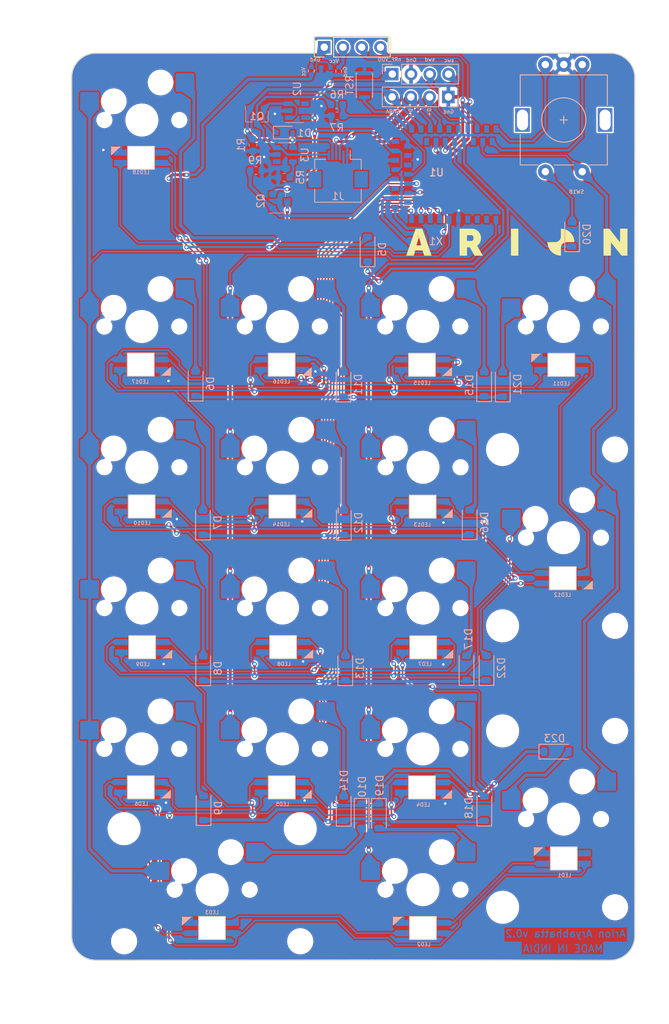
<source format=kicad_pcb>
(kicad_pcb (version 20241229) (generator "pcbnew") (generator_version "9.0")
  (layers (0 "F.Cu" signal) (2 "B.Cu" signal) (13 "F.Paste" user) (15 "B.Paste" user) (5 "F.SilkS" user "F.Silkscreen") (7 "B.SilkS" user "B.Silkscreen") (1 "F.Mask" user) (3 "B.Mask" user) (25 "Edge.Cuts" user))
  (net 0 "")
  (net 1 "GND")
  (net 2 "RESET")
  (net 3 "Net-(U1-P0.00{slash}XL1)")
  (net 4 "VBUS")
  (net 5 "VBAT")
  (net 6 "DATA+")
  (net 7 "DATA-")
  (net 8 "/P0.20")
  (net 9 "/P0.13")
  (net 10 "/P0.15")
  (net 11 "/P0.17")
  (net 12 "/P0.24")
  (net 13 "BLUE_LED")
  (net 14 "/P0.03")
  (net 15 "/P0.28")
  (net 18 "SWC")
  (net 19 "SWD")
  (net 20 "POWER_PIN")
  (net 21 "Net-(U1-P0.01{slash}XL2)")
  (net 22 "DCCH")
  (net 23 "EXT_VCC")
  (net 24 "/P1.02")
  (net 25 "/P0.12")
  (net 26 "BATTERY_PIN")
  (net 27 "nRF_VDD")
  (net 28 "/P0.07")
  (net 29 "PROG")
  (net 30 "Net-(D1-K)")
  (net 32 "row5")
  (net 33 "Net-(D5-A)")
  (net 34 "row0")
  (net 35 "Net-(D6-A)")
  (net 36 "Net-(D7-A)")
  (net 37 "row1")
  (net 38 "row2")
  (net 39 "Net-(D8-A)")
  (net 40 "Net-(D9-A)")
  (net 41 "row3")
  (net 42 "row4")
  (net 43 "Net-(D10-A)")
  (net 44 "Net-(D11-A)")
  (net 45 "Net-(D12-A)")
  (net 46 "Net-(D13-A)")
  (net 47 "Net-(D14-A)")
  (net 48 "Net-(D15-A)")
  (net 49 "Net-(D16-A)")
  (net 50 "Net-(D17-A)")
  (net 51 "Net-(D18-A)")
  (net 52 "Net-(D19-A)")
  (net 53 "Net-(D20-A)")
  (net 54 "Net-(D21-A)")
  (net 55 "Net-(D22-A)")
  (net 56 "Net-(D23-A)")
  (net 57 "Net-(U3-PROG)")
  (net 58 "col0")
  (net 59 "col1")
  (net 60 "col2")
  (net 61 "ENCA")
  (net 62 "ENCB")
  (net 63 "col3")
  (net 65 "Net-(J5-Pin_1)")
  (net 66 "Net-(J5-Pin_2)")
  (net 67 "Net-(LED1-DIN)")
  (net 69 "Net-(LED2-DIN)")
  (net 70 "Net-(LED3-DIN)")
  (net 71 "Net-(LED4-DOUT)")
  (net 72 "Net-(LED4-DIN)")
  (net 73 "Net-(LED5-DOUT)")
  (net 74 "Net-(LED7-DIN)")
  (net 75 "Net-(LED8-DIN)")
  (net 76 "Net-(LED10-DOUT)")
  (net 77 "Net-(LED10-DIN)")
  (net 78 "Net-(LED11-DOUT)")
  (net 79 "Net-(LED11-DIN)")
  (net 80 "Net-(LED12-DOUT)")
  (net 81 "Net-(LED13-DOUT)")
  (net 82 "Net-(LED15-DIN)")
  (net 83 "Net-(LED16-DIN)")
  (net 84 "Net-(LED17-DIN)")
  (net 85 "LEDIN")
  (footprint "LOGO" (layer "F.Cu") (at 141.482533 63.322775)
    (property "Reference" "G***" (hide yes))
    (property "Value" "LOGO" (hide yes))
  )
  (footprint "Connector_PinHeader_2.54mm:PinHeader_1x04_P2.54mm_Vertical" (layer "F.Cu") (at 115.382533 36.932775 90)
    (property "Reference" "J5" (hide yes))
    (property "Value" "Conn_01x04_Pin")
  )
  (footprint "nrfmicro:E73-2G4M08S1C-52840" (layer "B.Cu") (at 124.620533 54.120775)
    (property "Reference" "U1" (hide yes))
    (property "Value" "E73-2G4M08S1C" (hide yes))
  )
  (footprint "Package_TO_SOT_SMD:SOT-23" (layer "B.Cu") (at 109.375033 57.802775)
    (property "Reference" "Q2" (hide yes))
    (property "Value" "AO3407")
  )
  (footprint "Diode_SMD:D_SOD-323F" (layer "B.Cu") (at 109.992533 48.492775)
    (property "Reference" "D1" (hide yes))
    (property "Value" "1N5819")
  )
  (footprint "Resistor_SMD:R_0603_1608Metric" (layer "B.Cu") (at 117.102533 44.702775)
    (property "Reference" "R6" (hide yes))
    (property "Value" "820K")
  )
  (footprint "Resistor_SMD:R_0603_1608Metric" (layer "B.Cu") (at 117.112533 46.232775 180)
    (property "Reference" "R7" (hide yes))
    (property "Value" "2M")
  )
  (footprint "Package_TO_SOT_SMD:SOT-23" (layer "B.Cu") (at 106.252533 46.292775 -90)
    (property "Reference" "Q1" (hide yes))
    (property "Value" "AO3407" (hide yes))
  )
  (footprint "Resistor_SMD:R_0603_1608Metric" (layer "B.Cu") (at 105.712533 50.195275 -90)
    (property "Reference" "R1" (hide yes))
    (property "Value" "100K")
  )
  (footprint "Package_TO_SOT_SMD:SOT-23-5" (layer "B.Cu") (at 110.032533 51.472775)
    (property "Reference" "U3" (hide yes))
    (property "Value" "TP4054")
  )
  (footprint "Resistor_SMD:R_0603_1608Metric" (layer "B.Cu") (at 109.915033 54.552775 180)
    (property "Reference" "R5" (hide yes))
    (property "Value" "RPROG")
  )
  (footprint "Resistor_SMD:R_0603_1608Metric" (layer "B.Cu") (at 106.130033 53.622775)
    (property "Reference" "R9" (hide yes))
    (property "Value" "2M")
  )
  (footprint "Connector_PinHeader_2.54mm:PinHeader_1x04_P2.54mm_Vertical" (layer "B.Cu") (at 124.602533 40.572775 -90)
    (property "Reference" "J2" (hide yes))
    (property "Value" "Conn_01x04")
  )
  (footprint "Package_TO_SOT_SMD:SOT-23-5" (layer "B.Cu") (at 111.682533 45.522775)
    (property "Reference" "U2" (hide yes))
    (property "Value" "AP2112K-3.3")
  )
  (footprint "Connector_PinHeader_2.54mm:PinHeader_1x04_P2.54mm_Vertical" (layer "B.Cu") (at 132.202533 43.662775 90)
    (property "Reference" "J4" (hide yes))
    (property "Value" "Conn_01x04")
  )
  (footprint "Crystal:Crystal_SMD_MicroCrystal_CM9V-T1A-2Pin_1.6x1.0mm" (layer "B.Cu") (at 128.072533 63.233775)
    (property "Reference" "X1" (hide yes))
    (property "Value" "32768kHz")
  )
  (footprint "Audio_Module:YS-SK6812MINI-E" (layer "B.Cu") (at 128.632533 79.922775 180)
    (property "Reference" "LED15" (hide yes))
    (property "Value" "YS-SK6812MINI-E" (hide yes))
    (fp_line (start 1.8 1.55) (end -1.8 1.55) (stroke (width 0.1)) (layer "Edge.Cuts"))
    (fp_line (start 1.8 -1.55) (end 1.8 1.55) (stroke (width 0.1)) (layer "Edge.Cuts"))
    (fp_line (start -1.8 1.55) (end -1.8 -1.55) (stroke (width 0.1)) (layer "Edge.Cuts"))
    (fp_line (start -1.8 -1.55) (end 1.8 -1.55) (stroke (width 0.1)) (layer "Edge.Cuts"))
  )
  (footprint "Audio_Module:YS-SK6812MINI-E" (layer "B.Cu") (at 90.510033 79.902775 180)
    (property "Reference" "LED17" (hide yes))
    (property "Value" "YS-SK6812MINI-E" (hide yes))
    (fp_line (start 1.8 1.55) (end -1.8 1.55) (stroke (width 0.1)) (layer "Edge.Cuts"))
    (fp_line (start 1.8 -1.55) (end 1.8 1.55) (stroke (width 0.1)) (layer "Edge.Cuts"))
    (fp_line (start -1.8 1.55) (end -1.8 -1.55) (stroke (width 0.1)) (layer "Edge.Cuts"))
    (fp_line (start -1.8 -1.55) (end 1.8 -1.55) (stroke (width 0.1)) (layer "Edge.Cuts"))
  )
  (footprint "Diode_SMD:D_SOD-123" (layer "B.Cu") (at 118.022533 140.020275 90)
    (property "Reference" "D14" (hide yes))
    (property "Value" "~")
  )
  (footprint "Aaaaa:MX-Hotswap-1U" (layer "B.Cu") (at 128.762533 150.982775 180)
    (property "Reference" "SW17")
    (property "Value" "KEYSW")
  )
  (footprint "Resistor_SMD:R_0402_1005Metric" (layer "B.Cu") (at 117.340033 40.172775 90)
    (property "Reference" "R11" (hide yes))
    (property "Value" "0k" (hide yes))
  )
  (footprint "Diode_SMD:D_SOD-123" (layer "B.Cu") (at 137.082533 140.000275 90)
    (property "Reference" "D18" (hide yes))
    (property "Value" "~")
  )
  (footprint "Aaaaa:MX-Hotswap-1U" (layer "B.Cu") (at 109.722533 93.800775 180)
    (property "Reference" "SW10")
    (property "Value" "KEYSW")
  )
  (footprint "Aaaaa:MX-Hotswap-2U-Vertical-ReversedStabilizers" (layer "B.Cu") (at 147.817533 141.430775 180)
    (property "Reference" "SW22")
    (property "Value" "KEYSW")
  )
  (footprint "Aaaaa:MX-Hotswap-1U" (layer "B.Cu") (at 90.662533 93.792775 180)
    (property "Reference" "SW5")
    (property "Value" "KEYSW")
  )
  (footprint "MX_cherry:MX-Hotswap-2U-ReversedStabilizers" (layer "B.Cu") (at 100.190533 150.987775 180)
    (property "Reference" "SW8")
    (property "Value" "KEYSW")
  )
  (footprint "Resistor_SMD:R_0402_1005Metric" (layer "B.Cu") (at 114.950033 39.122775 90)
    (property "Reference" "R3" (hide yes))
    (property "Value" "0k" (hide yes))
  )
  (footprint "Diode_SMD:D_SOD-123" (layer "B.Cu") (at 122.792533 141.002775 -90)
    (property "Reference" "D19" (hide yes))
    (property "Value" "~")
  )
  (footprint "Audio_Module:YS-SK6812MINI-E" (layer "B.Cu") (at 90.700033 118.162775 180)
    (property "Reference" "LED9" (hide yes))
    (property "Value" "YS-SK6812MINI-E" (hide yes))
    (fp_line (start 1.8 1.55) (end -1.8 1.55) (stroke (width 0.1)) (layer "Edge.Cuts"))
    (fp_line (start 1.8 -1.55) (end 1.8 1.55) (stroke (width 0.1)) (layer "Edge.Cuts"))
    (fp_line (start -1.8 1.55) (end -1.8 -1.55) (stroke (width 0.1)) (layer "Edge.Cuts"))
    (fp_line (start -1.8 -1.55) (end 1.8 -1.55) (stroke (width 0.1)) (layer "Edge.Cuts"))
  )
  (footprint "Audio_Module:YS-SK6812MINI-E" (layer "B.Cu") (at 90.520033 137.122775 180)
    (property "Reference" "LED6" (hide yes))
    (property "Value" "YS-SK6812MINI-E" (hide yes))
    (fp_line (start 1.8 1.55) (end -1.8 1.55) (stroke (width 0.1)) (layer "Edge.Cuts"))
    (fp_line (start 1.8 -1.55) (end 1.8 1.55) (stroke (width 0.1)) (layer "Edge.Cuts"))
    (fp_line (start -1.8 1.55) (end -1.8 -1.55) (stroke (width 0.1)) (layer "Edge.Cuts"))
    (fp_line (start -1.8 -1.55) (end 1.8 -1.55) (stroke (width 0.1)) (layer "Edge.Cuts"))
  )
  (footprint "Diode_SMD:D_SOD-123" (layer "B.Cu") (at 98.942533 101.280275 90)
    (property "Reference" "D7" (hide yes))
    (property "Value" "~")
  )
  (footprint "Diode_SMD:D_SOD-123" (layer "B.Cu") (at 121.252534 64.282774 90)
    (property "Reference" "D5" (hide yes))
    (property "Value" "~")
  )
  (footprint "Audio_Module:YS-SK6812MINI-E" (layer "B.Cu") (at 128.622533 137.152775 180)
    (property "Reference" "LED4" (hide yes))
    (property "Value" "YS-SK6812MINI-E" (hide yes))
    (fp_line (start 1.8 1.55) (end -1.8 1.55) (stroke (width 0.1)) (layer "Edge.Cuts"))
    (fp_line (start 1.8 -1.55) (end 1.8 1.55) (stroke (width 0.1)) (layer "Edge.Cuts"))
    (fp_line (start -1.8 1.55) (end -1.8 -1.55) (stroke (width 0.1)) (layer "Edge.Cuts"))
    (fp_line (start -1.8 -1.55) (end 1.8 -1.55) (stroke (width 0.1)) (layer "Edge.Cuts"))
  )
  (footprint "Diode_SMD:D_SOD-123" (layer "B.Cu") (at 135.092533 101.250275 90)
    (property "Reference" "D16" (hide yes))
    (property "Value" "~")
  )
  (footprint "Audio_Module:YS-SK6812MINI-E" (layer "B.Cu") (at 128.722533 99.132775 180)
    (property "Reference" "LED13" (hide yes))
    (property "Value" "YS-SK6812MINI-E" (hide yes))
    (fp_line (start 1.8 1.55) (end -1.8 1.55) (stroke (width 0.1)) (layer "Edge.Cuts"))
    (fp_line (start 1.8 -1.55) (end 1.8 1.55) (stroke (width 0.1)) (layer "Edge.Cuts"))
    (fp_line (start -1.8 1.55) (end -1.8 -1.55) (stroke (width 0.1)) (layer "Edge.Cuts"))
    (fp_line (start -1.8 -1.55) (end 1.8 -1.55) (stroke (width 0.1)) (layer "Edge.Cuts"))
  )
  (footprint "Audio_Module:YS-SK6812MINI-E" (layer "B.Cu") (at 109.622533 137.132775 180)
    (property "Reference" "LED5" (hide yes))
    (property "Value" "YS-SK6812MINI-E" (hide yes))
    (fp_line (start 1.8 1.55) (end -1.8 1.55) (stroke (width 0.1)) (layer "Edge.Cuts"))
    (fp_line (start 1.8 -1.55) (end 1.8 1.55) (stroke (width 0.1)) (layer "Edge.Cuts"))
    (fp_line (start -1.8 1.55) (end -1.8 -1.55) (stroke (width 0.1)) (layer "Edge.Cuts"))
    (fp_line (start -1.8 -1.55) (end 1.8 -1.55) (stroke (width 0.1)) (layer "Edge.Cuts"))
  )
  (footprint "Aaaaa:MX-Hotswap-1U" (layer "B.Cu") (at 109.727098 112.857655 180)
    (property "Reference" "SW11")
    (property "Value" "KEYSW")
  )
  (footprint "Audio_Module:RotaryEncoder_Alps_EC11E-Switch_Vertical_H20mm-keebio_modified" (layer "B.Cu") (at 147.851548 46.782775 -90)
    (property "Reference" "SW18" (hide yes))
    (property "Value" "Rotary_Encoder_Switch")
  )
  (footprint "Diode_SMD:D_SOD-123" (layer "B.Cu") (at 139.582533 82.590275 90)
    (property "Reference" "D21" (hide yes))
    (property "Value" "~")
  )
  (footprint "Aaaaa:MX-Hotswap-1U" (layer "B.Cu") (at 90.661533 46.793671 180)
    (property "Reference" "SW3")
    (property "Value" "KEYSW")
  )
  (footprint "Audio_Module:YS-SK6812MINI-E" (layer "B.Cu") (at 147.855034 146.762775)
    (property "Reference" "LED1" (hide yes))
    (property "Value" "YS-SK6812MINI-E" (hide yes))
    (fp_line (start -1.8 -1.55) (end 1.8 -1.55) (stroke (width 0.1)) (layer "Edge.Cuts"))
    (fp_line (start -1.8 1.55) (end -1.8 -1.55) (stroke (width 0.1)) (layer "Edge.Cuts"))
    (fp_line (start 1.8 -1.55) (end 1.8 1.55) (stroke (width 0.1)) (layer "Edge.Cuts"))
    (fp_line (start 1.8 1.55) (end -1.8 1.55) (stroke (width 0.1)) (layer "Edge.Cuts"))
  )
  (footprint "Diode_SMD:D_SOD-123" (layer "B.Cu") (at 120.452533 140.992775 -90)
    (property "Reference" "D10" (hide yes))
    (property "Value" "~")
  )
  (footprint "Diode_SMD:D_SOD-123" (layer "B.Cu") (at 118.032533 101.310275 90)
    (property "Reference" "D12" (hide yes))
    (property "Value" "~")
  )
  (footprint "Audio_Module:YS-SK6812MINI-E" (layer "B.Cu") (at 147.512533 79.942775)
    (property "Reference" "LED11" (hide yes))
    (property "Value" "YS-SK6812MINI-E" (hide yes))
    (fp_line (start -1.8 -1.55) (end 1.8 -1.55) (stroke (width 0.1)) (layer "Edge.Cuts"))
    (fp_line (start -1.8 1.55) (end -1.8 -1.55) (stroke (width 0.1)) (layer "Edge.Cuts"))
    (fp_line (start 1.8 -1.55) (end 1.8 1.55) (stroke (width 0.1)) (layer "Edge.Cuts"))
    (fp_line (start 1.8 1.55) (end -1.8 1.55) (stroke (width 0.1)) (layer "Edge.Cuts"))
  )
  (footprint "Audio_Module:YS-SK6812MINI-E" (layer "B.Cu") (at 128.760033 156.172775)
    (property "Reference" "LED2" (hide yes))
    (property "Value" "YS-SK6812MINI-E" (hide yes))
    (fp_line (start -1.8 -1.55) (end 1.8 -1.55) (stroke (width 0.1)) (layer "Edge.Cuts"))
    (fp_line (start -1.8 1.55) (end -1.8 -1.55) (stroke (width 0.1)) (layer "Edge.Cuts"))
    (fp_line (start 1.8 -1.55) (end 1.8 1.55) (stroke (width 0.1)) (layer "Edge.Cuts"))
    (fp_line (start 1.8 1.55) (end -1.8 1.55) (stroke (width 0.1)) (layer "Edge.Cuts"))
  )
  (footprint "Diode_SMD:D_SOD-123" (layer "B.Cu") (at 134.662533 120.962775 90)
    (property "Reference" "D17" (hide yes))
    (property "Value" "~")
  )
  (footprint "Button_Switch_SMD:SW_SPST_CK_KXT3" (layer "B.Cu") (at 120.822533 42.072775 -90)
    (property "Reference" "RST")
    (property "Value" "TS2306A ")
  )
  (footprint "Aaaaa:MX-Hotswap-1U" (layer "B.Cu") (at 109.702533 74.738775 180)
    (property "Reference" "SW9")
    (property "Value" "KEYSW")
  )
  (footprint "Aaaaa:MX-Hotswap-1U" (layer "B.Cu") (at 90.652533 74.746775 180)
    (property "Reference" "SW4")
    (property "Value" "KEYSW")
  )
  (footprint "Diode_SMD:D_SOD-123" (layer "B.Cu") (at 97.942533 82.472775 90)
    (property "Reference" "D6" (hide yes))
    (property "Value" "~")
  )
  (footprint "Resistor_SMD:R_0402_1005Metric" (layer "B.Cu") (at 116.752533 39.672775 180)
    (property "Reference" "R10" (hide yes))
    (property "Value" "0k" (hide yes))
  )
  (footprint "Aaaaa:MX-Hotswap-1U" (layer "B.Cu") (at 128.752533 131.932775 180)
    (property "Reference" "SW16")
    (property "Value" "KEYSW")
  )
  (footprint "Audio_Module:YS-SK6812MINI-E" (layer "B.Cu") (at 128.792533 118.172775 180)
    (property "Reference" "LED7" (hide yes))
    (property "Value" "YS-SK6812MINI-E" (hide yes))
    (fp_line (start 1.8 1.55) (end -1.8 1.55) (stroke (width 0.1)) (layer "Edge.Cuts"))
    (fp_line (start 1.8 -1.55) (end 1.8 1.55) (stroke (width 0.1)) (layer "Edge.Cuts"))
    (fp_line (start -1.8 1.55) (end -1.8 -1.55) (stroke (width 0.1)) (layer "Edge.Cuts"))
    (fp_line (start -1.8 -1.55) (end 1.8 -1.55) (stroke (width 0.1)) (layer "Edge.Cuts"))
  )
  (footprint "Diode_SMD:D_SOD-123" (layer "B.Cu") (at 137.052533 82.550275 90)
    (property "Reference" "D15" (hide yes))
    (property "Value" "~")
  )
  (footprint "Audio_Module:YS-SK6812MINI-E" (layer "B.Cu") (at 90.550033 51.902775)
    (property "Reference" "LED18")
    (property "Value" "YS-SK6812MINI-E" (hide yes))
    (fp_line (start -1.8 -1.55) (end 1.8 -1.55) (stroke (width 0.1)) (layer "Edge.Cuts"))
    (fp_line (start -1.8 1.55) (end -1.8 -1.55) (stroke (width 0.1)) (layer "Edge.Cuts"))
    (fp_line (start 1.8 -1.55) (end 1.8 1.55) (stroke (width 0.1)) (layer "Edge.Cuts"))
    (fp_line (start 1.8 1.55) (end -1.8 1.55) (stroke (width 0.1)) (layer "Edge.Cuts"))
  )
  (footprint "Diode_SMD:D_SOD-123" (layer "B.Cu") (at 98.972533 121.002775 90)
    (property "Reference" "D8" (hide yes))
    (property "Value" "~")
  )
  (footprint "Diode_SMD:D_SOD-123" (layer "B.Cu") (at 148.982533 62.250275 90)
    (property "Reference" "D20" (hide yes))
    (property "Value" "~")
  )
  (footprint "Audio_Module:YS-SK6812MINI-E" (layer "B.Cu") (at 109.692533 99.122775 180)
    (property "Reference" "LED14" (hide yes))
    (property "Value" "YS-SK6812MINI-E" (hide yes))
    (fp_line (start 1.8 1.55) (end -1.8 1.55) (stroke (width 0.1)) (layer "Edge.Cuts"))
    (fp_line (start 1.8 -1.55) (end 1.8 1.55) (stroke (width 0.1)) (layer "Edge.Cuts"))
    (fp_line (start -1.8 1.55) (end -1.8 -1.55) (stroke (width 0.1)) (layer "Edge.Cuts"))
    (fp_line (start -1.8 -1.55) (end 1.8 -1.55) (stroke (width 0.1)) (layer "Edge.Cuts"))
  )
  (footprint "Audio_Module:YS-SK6812MINI-E" (layer "B.Cu") (at 100.165034 156.172775)
    (property "Reference" "LED3" (hide yes))
    (property "Value" "YS-SK6812MINI-E" (hide yes))
    (fp_line (start -1.8 -1.55) (end 1.8 -1.55) (stroke (width 0.1)) (layer "Edge.Cuts"))
    (fp_line (start -1.8 1.55) (end -1.8 -1.55) (stroke (width 0.1)) (layer "Edge.Cuts"))
    (fp_line (start 1.8 -1.55) (end 1.8 1.55) (stroke (width 0.1)) (layer "Edge.Cuts"))
    (fp_line (start 1.8 1.55) (end -1.8 1.55) (stroke (width 0.1)) (layer "Edge.Cuts"))
  )
  (footprint "Diode_SMD:D_SOD-123" (layer "B.Cu") (at 118.232533 120.992775 90)
    (property "Reference" "D13" (hide yes))
    (property "Value" "~")
  )
  (footprint "Audio_Module:YS-SK6812MINI-E" (layer "B.Cu") (at 147.710033 108.822775 180)
    (property "Reference" "LED12" (hide yes))
    (property "Value" "YS-SK6812MINI-E" (hide yes))
    (fp_line (start 1.8 1.55) (end -1.8 1.55) (stroke (width 0.1)) (layer "Edge.Cuts"))
    (fp_line (start 1.8 -1.55) (end 1.8 1.55) (stroke (width 0.1)) (layer "Edge.Cuts"))
    (fp_line (start -1.8 1.55) (end -1.8 -1.55) (stroke (width 0.1)) (layer "Edge.Cuts"))
    (fp_line (start -1.8 -1.55) (end 1.8 -1.55) (stroke (width 0.1)) (layer "Edge.Cuts"))
  )
  (footprint "Connector_FFC-FPC:Hirose_FH12-6S-0.5SH_1x06-1MP_P0.50mm_Horizontal" (layer "B.Cu") (at 117.242533 53.412775 180)
    (property "Reference" "J1" (hide yes))
    (property "Value" "Conn_01x06_Socket")
  )
  (footprint "Audio_Module:YS-SK6812MINI-E" (layer "B.Cu") (at 109.802533 118.152775 180)
    (property "Reference" "LED8" (hide yes))
    (property "Value" "YS-SK6812MINI-E" (hide yes))
    (fp_line (start 1.8 1.55) (end -1.8 1.55) (stroke (width 0.1)) (layer "Edge.Cuts"))
    (fp_line (start 1.8 -1.55) (end 1.8 1.55) (stroke (width 0.1)) (layer "Edge.Cuts"))
    (fp_line (start -1.8 1.55) (end -1.8 -1.55) (stroke (width 0.1)) (layer "Edge.Cuts"))
    (fp_line (start -1.8 -1.55) (end 1.8 -1.55) (stroke (width 0.1)) (layer "Edge.Cuts"))
  )
  (footprint "Diode_SMD:D_SOD-123" (layer "B.Cu") (at 146.845033 132.302775)
    (property "Reference" "D23" (hide yes))
    (property "Value" "~")
  )
  (footprint "Audio_Module:YS-SK6812MINI-E" (layer "B.Cu") (at 109.612533 79.912775 180)
    (property "Reference" "LED16" (hide yes))
    (property "Value" "YS-SK6812MINI-E" (hide yes))
    (fp_line (start 1.8 1.55) (end -1.8 1.55) (stroke (width 0.1)) (layer "Edge.Cuts"))
    (fp_line (start 1.8 -1.55) (end 1.8 1.55) (stroke (width 0.1)) (layer "Edge.Cuts"))
    (fp_line (start -1.8 1.55) (end -1.8 -1.55) (stroke (width 0.1)) (layer "Edge.Cuts"))
    (fp_line (start -1.8 -1.55) (end 1.8 -1.55) (stroke (width 0.1)) (layer "Edge.Cuts"))
  )
  (footprint "Aaaaa:MX-Hotswap-1U" (layer "B.Cu") (at 90.667098 112.859655 180)
    (property "Reference" "SW6")
    (property "Value" "KEYSW")
  )
  (footprint "Diode_SMD:D_SOD-123" (layer "B.Cu") (at 137.382533 120.972775 90)
    (property "Reference" "D22" (hide yes))
    (property "Value" "~")
  )
  (footprint "Aaaaa:MX-Hotswap-1U" (layer "B.Cu") (at 128.772533 93.800775 180)
    (property "Reference" "SW14")
    (property "Value" "KEYSW")
  )
  (footprint "Aaaaa:MX-Hotswap-1U" (layer "B.Cu") (at 109.714218 131.9266 180)
    (property "Reference" "SW12")
    (property "Value" "KEYSW")
  )
  (footprint "Aaaaa:MX-Hotswap-1U" (layer "B.Cu") (at 128.742533 74.736775 180)
    (property "Reference" "SW13")
    (property "Value" "KEYSW")
  )
  (footprint "Aaaaa:MX-Hotswap-1U" (layer "B.Cu") (at 128.762533 112.864775 180)
    (property "Reference" "SW15")
    (property "Value" "KEYSW")
  )
  (footprint "Aaaaa:MX-Hotswap-1U" (layer "B.Cu") (at 90.652533 131.924775 180)
    (property "Reference" "SW7")
    (property "Value" "KEYSW")
  )
  (footprint "Aaaaa:MX-Hotswap-2U-Vertical-ReversedStabilizers" (layer "B.Cu") (at 147.807533 103.330775 180)
    (property "Reference" "SW21")
    (property "Value" "KEYSW")
  )
  (footprint "Audio_Module:YS-SK6812MINI-E" (layer "B.Cu") (at 90.632533 99.112775 180)
    (property "Reference" "LED10" (hide yes))
    (property "Value" "YS-SK6812MINI-E" (hide yes))
    (fp_line (start 1.8 1.55) (end -1.8 1.55) (stroke (width 0.1)) (layer "Edge.Cuts"))
    (fp_line (start 1.8 -1.55) (end 1.8 1.55) (stroke (width 0.1)) (layer "Edge.Cuts"))
    (fp_line (start -1.8 1.55) (end -1.8 -1.55) (stroke (width 0.1)) (layer "Edge.Cuts"))
    (fp_line (start -1.8 -1.55) (end 1.8 -1.55) (stroke (width 0.1)) (layer "Edge.Cuts"))
  )
  (footprint "Diode_SMD:D_SOD-123" (layer "B.Cu") (at 117.992533 82.597775 90)
    (property "Reference" "D11" (hide yes))
    (property "Value" "~")
  )
  (footprint "Resistor_SMD:R_0402_1005Metric" (layer "B.Cu") (at 113.630033 40.132775 -90)
    (property "Reference" "R2" (hide yes))
    (property "Value" "0k" (hide yes))
  )
  (footprint "Aaaaa:MX-Hotswap-1U" (layer "B.Cu") (at 147.802533 74.738775 180)
    (property "Reference" "SW20")
    (property "Value" "KEYSW")
  )
  (footprint "Diode_SMD:D_SOD-123" (layer "B.Cu") (at 99.022533 139.932775 90)
    (property "Reference" "D9" (hide yes))
    (property "Value" "~")
  )
  (gr_line (start 124.059218 37.740727) (end 154.168231 37.740727) (stroke (width 0.15)) (layer "Edge.Cuts"))
  (gr_line (start 121.875595 160.505163) (end 84.456199 160.540727) (stroke (width 0.15)) (layer "Edge.Cuts"))
  (gr_arc (start 81.149077 41.047849) (mid 82.117684 38.709334) (end 84.456199 37.740727) (stroke (width 0.15)) (layer "Edge.Cuts"))
  (gr_arc (start 157.475353 157.233605) (mid 156.506722 159.572096) (end 154.168231 160.540727) (stroke (width 0.15)) (layer "Edge.Cuts"))
  (gr_line (start 154.168231 160.540727) (end 121.875595 160.505163) (stroke (width 0.15)) (layer "Edge.Cuts"))
  (gr_line (start 157.446461 81.662866) (end 157.452581 120.045423) (stroke (width 0.15)) (layer "Edge.Cuts"))
  (gr_line (start 157.452581 120.045423) (end 157.475353 157.233605) (stroke (width 0.15)) (layer "Edge.Cuts"))
  (gr_arc (start 84.456199 160.540727) (mid 82.117721 159.572081) (end 81.149077 157.233605) (stroke (width 0.15)) (layer "Edge.Cuts"))
  (gr_line (start 157.475353 41.047849) (end 157.446461 81.662866) (stroke (width 0.15)) (layer "Edge.Cuts"))
  (gr_arc (start 154.168231 37.740727) (mid 156.50673 38.709358) (end 157.475353 41.047849) (stroke (width 0.15)) (layer "Edge.Cuts"))
  (gr_line (start 124.059218 35.502775) (end 124.059218 37.740727) (stroke (width 0.15)) (layer "Edge.Cuts"))
  (gr_line (start 84.456199 37.740727) (end 114.062533 37.737287) (stroke (width 0.15)) (layer "Edge.Cuts"))
  (gr_line (start 114.062533 35.508262) (end 124.057533 35.502775) (stroke (width 0.15)) (layer "Edge.Cuts"))
  (gr_line (start 81.149077 157.233605) (end 81.169218 144.6018) (stroke (width 0.15)) (layer "Edge.Cuts"))
  (gr_line (start 114.062533 37.737287) (end 114.062533 35.508262) (stroke (width 0.15)) (layer "Edge.Cuts"))
  (gr_line (start 81.181975 87.090734) (end 81.149077 41.047849) (stroke (width 0.15)) (layer "Edge.Cuts"))
  (gr_line (start 81.169218 144.6018) (end 81.181975 87.090734) (stroke (width 0.15)) (layer "Edge.Cuts"))
  (gr_text "MADE IN INDIA" (at 153.242533 159.562775 0) (layer "B.Cu") (effects (font (size 1 1)) (justify left bottom mirror)))
  (gr_text "Arion Aryabhatta v0.2" (at 156.332533 157.532775 0) (layer "B.Cu") (effects (font (size 1 1)) (justify left bottom mirror)))
  (gr_text "LED7" (at 130.022533 120.722775 0) (layer "B.SilkS") (effects (font (size 0.5 0.5) (thickness 0.1) (bold yes)) (justify left bottom mirror)))
  (gr_text "LED5" (at 110.692533 139.682775 0) (layer "B.SilkS") (effects (font (size 0.5 0.5) (thickness 0.1) (bold yes)) (justify left bottom mirror)))
  (gr_text "Gnd" (at 118.510033 39.482775 90) (layer "B.SilkS") (effects (font (size 0.5 0.5) (thickness 0.1) (bold yes)) (justify left bottom mirror)))
  (gr_text "swc" (at 133.042533 38.992775 0) (layer "B.SilkS") (effects (font (size 0.5 0.5) (thickness 0.1) (bold yes)) (justify left bottom mirror)))
  (gr_text "LED12" (at 148.892533 111.362775 0) (layer "B.SilkS") (effects (font (size 0.5 0.5) (thickness 0.1) (bold yes)) (justify left bottom mirror)))
  (gr_text "Vcc" (at 112.840033 39.552775 90) (layer "B.SilkS") (effects (font (size 0.5 0.5) (thickness 0.1) (bold yes)) (justify left bottom mirror)))
  (gr_text "LED15" (at 129.852533 82.672775 0) (layer "B.SilkS") (effects (font (size 0.5 0.5) (thickness 0.1) (bold yes)) (justify left bottom mirror)))
  (gr_text "LED2" (at 129.862533 158.692775 0) (layer "B.SilkS") (effects (font (size 0.5 0.5) (thickness 0.1) (bold yes)) (justify left bottom mirror)))
  (gr_text "swd" (at 130.442533 38.882775 0) (layer "B.SilkS") (effects (font (size 0.5 0.5) (thickness 0.1) (bold yes)) (justify left bottom mirror)))
  (gr_text "LED16" (at 110.802533 82.492775 0) (layer "B.SilkS") (effects (font (size 0.5 0.5) (thickness 0.1) (bold yes)) (justify left bottom mirror)))
  (gr_text "D+" (at 129.912533 45.102775 90) (layer "B.SilkS") (effects (font (size 0.5 0.5) (thickness 0.1) (bold yes)) (justify left bottom mirror)))
  (gr_text "LED11" (at 148.732533 82.752775 0) (layer "B.SilkS") (effects (font (size 0.5 0.5) (thickness 0.1) (bold yes)) (justify left bottom mirror)))
  (gr_text "LED3" (at 101.152533 154.342775 0) (layer "B.SilkS") (effects (font (size 0.5 0.5) (thickness 0.1) (bold yes)) (justify left bottom mirror)))
  (gr_text "Gnd" (at 133.012533 45.952775 0) (layer "B.SilkS") (effects (font (size 0.5 0.5) (thickness 0.1) (bold yes)) (justify left bottom mirror)))
  (gr_text "Gnd" (at 127.952533 38.952775 0) (layer "B.SilkS") (effects (font (size 0.5 0.5) (thickness 0.1) (bold yes)) (justify left bottom mirror)))
  (gr_text "LED14" (at 110.782533 101.802775 0) (layer "B.SilkS") (effects (font (size 0.5 0.5) (thickness 0.1) (bold yes)) (justify left bottom mirror)))
  (gr_text "VBUS" (at 123.672533 45.302775 180) (layer "B.SilkS") (effects (font (size 0.5 0.5) (thickness 0.1) (bold yes)) (justify left bottom mirror)))
  (gr_text "LED17" (at 91.662533 82.502775 0) (layer "B.SilkS") (effects (font (size 0.5 0.5) (thickness 0.1) (bold yes)) (justify left bottom mirror)))
  (gr_text "LED13" (at 129.892533 101.862775 0) (layer "B.SilkS") (effects (font (size 0.5 0.5) (thickness 0.1) (bold yes)) (justify left bottom mirror)))
  (gr_text "LED1" (at 148.922533 149.322775 0) (layer "B.SilkS") (effects (font (size 0.5 0.5) (thickness 0.1) (bold yes)) (justify left bottom mirror)))
  (gr_text "D-\n\n" (at 128.192533 45.152775 90) (layer "B.SilkS") (effects (font (size 0.5 0.5) (thickness 0.1) (bold yes)) (justify left bottom mirror)))
  (gr_text "LED10" (at 91.912533 101.642775 0) (layer "B.SilkS") (effects (font (size 0.5 0.5) (thickness 0.1) (bold yes)) (justify left bottom mirror)))
  (gr_text "nRF_VDD" (at 125.892533 38.882775 0) (layer "B.SilkS") (effects (font (size 0.5 0.5) (thickness 0.1) (bold yes)) (justify left bottom mirror)))
  (gr_text "LED8" (at 110.902533 120.722775 0) (layer "B.SilkS") (effects (font (size 0.5 0.5) (thickness 0.1) (bold yes)) (justify left bottom mirror)))
  (gr_text "U1" (at 131.722533 54.483775 0) (layer "B.SilkS") (effects (font (size 1 1) (thickness 0.2) (bold yes)) (justify left bottom mirror)))
  (gr_text "LED4" (at 129.782533 139.782775 0) (layer "B.SilkS") (effects (font (size 0.5 0.5) (thickness 0.1) (bold yes)) (justify left bottom mirror)))
  (gr_text "LED9" (at 91.782533 120.752775 0) (layer "B.SilkS") (effects (font (size 0.5 0.5) (thickness 0.1) (bold yes)) (justify left bottom mirror)))
  (gr_text "Vcc" (at 117.412533 39.082775 0) (layer "B.SilkS") (effects (font (size 0.5 0.5) (thickness 0.1) (bold yes)) (justify left bottom mirror)))
  (gr_text "LED6" (at 91.572533 139.652775 0) (layer "B.SilkS") (effects (font (size 0.5 0.5) (thickness 0.1) (bold yes)) (justify left bottom mirror)))
  (gr_text "SW18" (at 150.642533 56.792775 0) (layer "B.SilkS") (effects (font (size 0.5 0.5) (thickness 0.1) (bold yes)) (justify left bottom mirror)))
  (gr_text "Gnd" (at 114.942533 38.892775 0) (layer "B.SilkS") (effects (font (size 0.5 0.5) (thickness 0.1) (bold yes)) (justify left bottom mirror)))
  (via (at 112.392533 101.132775) (size 0.6) (drill 0.33) (layers "F.Cu" "B.Cu") (net 1))
  (via (at 85.442533 50.842775) (size 0.6) (drill 0.33) (layers "F.Cu" "B.Cu") (net 1))
  (via (at 128.042533 52.113775) (size 0.6) (drill 0.33) (layers "F.Cu" "B.Cu") (net 1))
  (via (at 131.522533 120.492775) (size 0.6) (drill 0.33) (layers "F.Cu" "B.Cu") (net 1))
  (via (at 131.782533 139.322775) (size 0.6) (drill 0.33) (layers "F.Cu" "B.Cu") (net 1))
  (via (at 94.272533 82.112775) (size 0.6) (drill 0.33) (layers "F.Cu" "B.Cu") (net 1))
  (via (at 112.502533 120.092775) (size 0.6) (drill 0.33) (layers "F.Cu" "B.Cu") (net 1))
  (via (at 93.932533 139.202775) (size 0.6) (drill 0.33) (layers "F.Cu" "B.Cu") (net 1))
  (via (at 133.602533 59.033775) (size 0.6) (drill 0.33) (layers "F.Cu" "B.Cu") (net 1))
  (via (at 107.232533 51.792775) (size 0.6) (drill 0.33) (layers "F.Cu" "B.Cu") (net 1))
  (via (at 115.002533 44.892775) (size 0.6) (drill 0.33) (layers "F.Cu" "B.Cu") (net 1))
  (via (at 95.402533 100.802775) (size 0.6) (drill 0.33) (layers "F.Cu" "B.Cu") (net 1))
  (via (at 114.182533 80.832775) (size 0.6) (drill 0.33) (layers "F.Cu" "B.Cu") (net 1))
  (via (at 131.542533 101.282775) (size 0.6) (drill 0.33) (layers "F.Cu" "B.Cu") (net 1))
  (via (at 93.612533 120.432775) (size 0.6) (drill 0.33) (layers "F.Cu" "B.Cu") (net 1))
  (via (at 108.692533 45.952775) (size 0.6) (drill 0.33) (layers "F.Cu" "B.Cu") (net 1))
  (via (at 112.722533 138.912775) (size 0.6) (drill 0.33) (layers "F.Cu" "B.Cu") (net 1))
  (segment (start 133.602533 59.033775) (end 133.602533 60.207775) (width 0.4) (layer "B.Cu") (net 1))
  (segment (start 133.602533 60.207775) (end 133.570533 60.239775) (width 0.4) (layer "B.Cu") (net 1))
  (segment (start 128.042533 52.113775) (end 128.042533 51.022775) (width 0.3) (layer "B.Cu") (net 1))
  (segment (start 127.353533 50.333775) (end 126.712533 50.333775) (width 0.3) (layer "B.Cu") (net 1))
  (segment (start 128.042533 51.022775) (end 127.353533 50.333775) (width 0.3) (layer "B.Cu") (net 1))
  (segment (start 120.822533 44.312775) (end 122.192533 45.682775) (width 0.3) (layer "B.Cu") (net 2))
  (segment (start 125.262533 45.682775) (end 127.220533 47.640775) (width 0.3) (layer "B.Cu") (net 2))
  (segment (start 120.822533 43.697775) (end 120.822533 44.312775) (width 0.3) (layer "B.Cu") (net 2))
  (segment (start 122.192533 45.682775) (end 125.262533 45.682775) (width 0.3) (layer "B.Cu") (net 2))
  (segment (start 121.017533 43.697775) (end 120.822533 43.697775) (width 0.4) (layer "B.Cu") (net 2))
  (segment (start 127.220533 47.640775) (end 127.220533 48.001775) (width 0.3) (layer "B.Cu") (net 2))
  (segment (start 125.001533 58.590775) (end 125.001533 59.842775) (width 0.4) (layer "B.Cu") (net 3))
  (segment (start 125.001533 59.842775) (end 126.612533 61.453775) (width 0.4) (layer "B.Cu") (net 3))
  (segment (start 126.612533 61.453775) (end 128.442533 61.453775) (width 0.4) (layer "B.Cu") (net 3))
  (segment (start 128.872533 61.883775) (end 128.872533 63.233775) (width 0.4) (layer "B.Cu") (net 3))
  (segment (start 128.442533 61.453775) (end 128.872533 61.883775) (width 0.4) (layer "B.Cu") (net 3))
  (segment (start 106.172533 49.502775) (end 109.052533 49.502775) (width 0.4) (layer "F.Cu") (net 4))
  (segment (start 104.962533 48.292775) (end 105.617533 48.947775) (width 0.4) (layer "F.Cu") (net 4))
  (segment (start 109.052533 49.502775) (end 111.062533 49.502775) (width 0.4) (layer "F.Cu") (net 4))
  (segment (start 105.617533 48.947775) (end 106.172533 49.502775) (width 0.4) (layer "F.Cu") (net 4))
  (via (at 111.062533 49.502775) (size 0.6) (drill 0.33) (layers "F.Cu" "B.Cu") (net 4))
  (via (at 104.962533 48.292775) (size 0.6) (drill 0.33) (layers "F.Cu" "B.Cu") (net 4))
  (segment (start 115.952533 49.502775) (end 116.492533 50.042775) (width 0.3) (layer "B.Cu") (net 4))
  (segment (start 111.092533 50.482775) (end 111.132533 50.522775) (width 0.3) (layer "B.Cu") (net 4))
  (segment (start 124.582533 43.802775) (end 124.582533 43.662775) (width 0.3) (layer "B.Cu") (net 4))
  (segment (start 105.302533 45.292775) (end 105.302533 45.065669) (width 0.4) (layer "B.Cu") (net 4))
  (segment (start 123.582533 42.662775) (end 124.582533 43.662775) (width 0.4) (layer "B.Cu") (net 4))
  (segment (start 105.302533 45.292775) (end 104.962533 45.632775) (width 0.4) (layer "B.Cu") (net 4))
  (segment (start 104.962533 48.657775) (end 105.712533 49.407775) (width 0.4) (layer "B.Cu") (net 4))
  (segment (start 116.492533 50.042775) (end 116.492533 51.562775) (width 0.3) (layer "B.Cu") (net 4))
  (segment (start 128.490533 47.710775) (end 124.582533 43.802775) (width 0.3) (layer "B.Cu") (net 4))
  (segment (start 128.490533 48.001775) (end 128.490533 47.710775) (width 0.3) (layer "B.Cu") (net 4))
  (segment (start 107.705427 42.662775) (end 123.582533 42.662775) (width 0.4) (layer "B.Cu") (net 4))
  (segment (start 105.302533 45.065669) (end 107.705427 42.662775) (width 0.4) (layer "B.Cu") (net 4))
  (segment (start 104.962533 48.292775) (end 104.962533 48.657775) (width 0.4) (layer "B.Cu") (net 4))
  (segment (start 111.062533 49.502775) (end 115.952533 49.502775) (width 0.3) (layer "B.Cu") (net 4))
  (segment (start 111.092533 48.492775) (end 111.092533 50.482775) (width 0.3) (layer "B.Cu") (net 4))
  (segment (start 104.962533 45.632775) (end 104.962533 48.292775) (width 0.4) (layer "B.Cu") (net 4))
  (segment (start 106.252533 47.292775) (end 106.252533 44.893487) (width 0.3) (layer "B.Cu") (net 5))
  (segment (start 115.285033 43.672775) (end 116.315033 44.702775) (width 0.3) (layer "B.Cu") (net 5))
  (segment (start 115.902533 51.472775) (end 115.992533 51.562775) (width 0.3) (layer "B.Cu") (net 5))
  (segment (start 106.252533 44.822775) (end 107.402533 43.672775) (width 0.2) (layer "B.Cu") (net 5))
  (segment (start 107.142533 49.032775) (end 107.142533 48.142775) (width 0.3) (layer "B.Cu") (net 5))
  (segment (start 110.392533 51.472775) (end 115.902533 51.472775) (width 0.3) (layer "B.Cu") (net 5))
  (segment (start 106.252533 44.893487) (end 107.473245 43.672775) (width 0.3) (layer "B.Cu") (net 5))
  (segment (start 108.932533 50.522775) (end 108.632533 50.522775) (width 0.3) (layer "B.Cu") (net 5))
  (segment (start 114.262533 43.672775) (end 115.285033 43.672775) (width 0.2) (layer "B.Cu") (net 5))
  (segment (start 106.252533 47.292775) (end 106.252533 44.822775) (width 0.2) (layer "B.Cu") (net 5))
  (segment (start 107.142533 48.142775) (end 107.102533 48.142775) (width 0.3) (layer "B.Cu") (net 5))
  (segment (start 107.102533 48.142775) (end 106.252533 47.292775) (width 0.3) (layer "B.Cu") (net 5))
  (segment (start 109.442533 50.522775) (end 110.392533 51.472775) (width 0.3) (layer "B.Cu") (net 5))
  (segment (start 113.922533 43.672775) (end 114.262533 43.672775) (width 0.3) (layer "B.Cu") (net 5))
  (segment (start 108.932533 50.522775) (end 109.442533 50.522775) (width 0.3) (layer "B.Cu") (net 5))
  (segment (start 108.632533 50.522775) (end 107.142533 49.032775) (width 0.3) (layer "B.Cu") (net 5))
  (segment (start 113.922533 43.672775) (end 115.285033 43.672775) (width 0.3) (layer "B.Cu") (net 5))
  (segment (start 107.473245 43.672775) (end 113.922533 43.672775) (width 0.3) (layer "B.Cu") (net 5))
  (segment (start 107.402533 43.672775) (end 114.262533 43.672775) (width 0.2) (layer "B.Cu") (net 5))
  (segment (start 123.622533 49.702775) (end 129.662533 43.662775) (width 0.4) (layer "F.Cu") (net 6))
  (segment (start 117.222533 49.702775) (end 123.622533 49.702775) (width 0.4) (layer "F.Cu") (net 6))
  (segment (start 117.012533 49.492775) (end 117.222533 49.702775) (width 0.4) (layer "F.Cu") (net 6))
  (via (at 117.012533 49.492775) (size 0.6) (drill 0.33) (layers "F.Cu" "B.Cu") (net 6))
  (segment (start 131.030533 48.001775) (end 131.030533 46.750775) (width 0.3) (layer "B.Cu") (net 6))
  (segment (start 129.662533 45.382775) (end 129.662533 43.662775) (width 0.3) (layer "B.Cu") (net 6))
  (segment (start 116.992533 49.512775) (end 117.012533 49.492775) (width 0.3) (layer "B.Cu") (net 6))
  (segment (start 116.992533 51.562775) (end 116.992533 49.512775) (width 0.3) (layer "B.Cu") (net 6))
  (segment (start 131.030533 46.750775) (end 129.662533 45.382775) (width 0.3) (layer "B.Cu") (net 6))
  (segment (start 119.092533 48.982775) (end 119.522533 48.552775) (width 0.4) (layer "F.Cu") (net 7))
  (segment (start 122.332533 48.552775) (end 127.122533 43.762775) (width 0.4) (layer "F.Cu") (net 7))
  (segment (start 127.122533 43.762775) (end 127.122533 43.662775) (width 0.4) (layer "F.Cu") (net 7))
  (segment (start 119.522533 48.552775) (end 122.332533 48.552775) (width 0.4) (layer "F.Cu") (net 7))
  (via (at 119.092533 48.982775) (size 0.6) (drill 0.33) (layers "F.Cu" "B.Cu") (net 7))
  (segment (start 118.792533 48.982775) (end 119.092533 48.982775) (width 0.3) (layer "B.Cu") (net 7))
  (segment (start 129.760533 46.970775) (end 127.122533 44.332775) (width 0.3) (layer "B.Cu") (net 7))
  (segment (start 127.122533 44.332775) (end 127.122533 43.662775) (width 0.3) (layer "B.Cu") (net 7))
  (segment (start 126.780533 44.004775) (end 127.122533 43.662775) (width 0.4) (layer "B.Cu") (net 7))
  (segment (start 129.760533 48.001775) (end 129.760533 46.970775) (width 0.3) (layer "B.Cu") (net 7))
  (segment (start 117.492533 50.282775) (end 118.792533 48.982775) (width 0.3) (layer "B.Cu") (net 7))
  (segment (start 117.492533 51.562775) (end 117.492533 50.282775) (width 0.3) (layer "B.Cu") (net 7))
  (segment (start 134.152533 44.092775) (end 134.152533 48.543775) (width 0.4) (layer "F.Cu") (net 8))
  (segment (start 134.152533 48.543775) (end 131.782533 50.913775) (width 0.4) (layer "F.Cu") (net 8))
  (via (at 134.152533 44.092775) (size 0.6) (drill 0.33) (layers "F.Cu" "B.Cu") (net 8))
  (via (at 131.782533 50.913775) (size 0.6) (drill 0.33) (layers "F.Cu" "B.Cu") (net 8))
  (segment (start 123.132533 38.442775) (end 121.222533 38.442775) (width 0.2) (layer "B.Cu") (net 8))
  (segment (start 120.462533 37.682775) (end 120.462533 36.932775) (width 0.2) (layer "B.Cu") (net 8))
  (segment (start 133.48964 38.442775) (end 123.132533 38.442775) (width 0.2) (layer "B.Cu") (net 8))
  (segment (start 134.152533 44.092775) (end 134.152533 39.105667) (width 0.2) (layer "B.Cu") (net 8))
  (segment (start 121.222533 38.442775) (end 120.462533 37.682775) (width 0.2) (layer "B.Cu") (net 8))
  (segment (start 131.782533 50.913775) (end 131.792533 50.903775) (width 0.4) (layer "B.Cu") (net 8))
  (segment (start 131.792533 49.712775) (end 131.792533 50.903775) (width 0.4) (layer "B.Cu") (net 8))
  (segment (start 133.48964 38.442775) (end 134.152533 39.105667) (width 0.2) (layer "B.Cu") (net 8))
  (segment (start 132.601533 51.613775) (end 134.902533 49.312775) (width 0.4) (layer "F.Cu") (net 11))
  (segment (start 134.902533 49.312775) (end 134.902533 44.582775) (width 0.4) (layer "F.Cu") (net 11))
  (segment (start 130.502533 50.923775) (end 131.192533 51.613775) (width 0.4) (layer "F.Cu") (net 11))
  (segment (start 134.902533 44.582775) (end 135.162533 44.322775) (width 0.4) (layer "F.Cu") (net 11))
  (segment (start 131.192533 51.613775) (end 132.601533 51.613775) (width 0.4) (layer "F.Cu") (net 11))
  (via (at 135.162533 44.322775) (size 0.6) (drill 0.33) (layers "F.Cu" "B.Cu") (net 11))
  (via (at 130.502533 50.923775) (size 0.6) (drill 0.33) (layers "F.Cu" "B.Cu") (net 11))
  (segment (start 130.502533 50.923775) (end 130.522533 50.903775) (width 0.4) (layer "B.Cu") (net 11))
  (segment (start 123.442533 38.042775) (end 123.002533 37.602775) (width 0.2) (layer "B.Cu") (net 11))
  (segment (start 125.612533 38.042775) (end 123.442533 38.042775) (width 0.2) (layer "B.Cu") (net 11))
  (segment (start 135.162533 44.322775) (end 134.852533 44.012775) (width 0.2) (layer "B.Cu") (net 11))
  (segment (start 123.002533 37.602775) (end 123.002533 36.932775) (width 0.2) (layer "B.Cu") (net 11))
  (segment (start 134.852533 44.012775) (end 134.852533 39.232775) (width 0.2) (layer "B.Cu") (net 11))
  (segment (start 134.852533 39.232775) (end 133.662533 38.042775) (width 0.2) (layer "B.Cu") (net 11))
  (segment (start 130.522533 49.712775) (end 130.522533 50.903775) (width 0.4) (layer "B.Cu") (net 11))
  (segment (start 133.662533 38.042775) (end 125.612533 38.042775) (width 0.2) (layer "B.Cu") (net 11))
  (segment (start 133.522533 44.732775) (end 136.110533 47.320775) (width 0.2) (layer "B.Cu") (net 18))
  (segment (start 133.522533 44.492775) (end 133.522533 44.732775) (width 0.2) (layer "B.Cu") (net 18))
  (segment (start 133.522533 44.492775) (end 133.522533 41.872775) (width 0.2) (layer "B.Cu") (net 18))
  (segment (start 133.522533 41.872775) (end 132.222533 40.572775) (width 0.2) (layer "B.Cu") (net 18))
  (segment (start 136.110533 47.320775) (end 136.110533 48.001775) (width 0.2) (layer "B.Cu") (net 18))
  (segment (start 134.840533 48.001775) (end 134.840533 47.461775) (width 0.2) (layer "B.Cu") (net 19))
  (segment (start 130.892533 43.122775) (end 129.682533 41.912775) (width 0.2) (layer "B.Cu") (net 19))
  (segment (start 129.682533 41.912775) (end 129.682533 40.572775) (width 0.2) (layer "B.Cu") (net 19))
  (segment (start 130.892533 44.762775) (end 130.892533 45.292775) (width 0.2) (layer "B.Cu") (net 19))
  (segment (start 132.342533 46.742775) (end 134.121533 46.742775) (width 0.2) (layer "B.Cu") (net 19))
  (segment (start 134.121533 46.742775) (end 134.272033 46.893275) (width 0.2) (layer "B.Cu") (net 19))
  (segment (start 130.892533 45.292775) (end 132.342533 46.742775) (width 0.2) (layer "B.Cu") (net 19))
  (segment (start 134.840533 47.461775) (end 134.272033 46.893275) (width 0.2) (layer "B.Cu") (net 19))
  (segment (start 130.892533 44.762775) (end 130.892533 43.122775) (width 0.2) (layer "B.Cu") (net 19))
  (segment (start 109.375033 59.752775) (end 119.392533 59.752775) (width 0.4) (layer "B.Cu") (net 20))
  (segment (start 119.392533 59.752775) (end 124.364533 54.780775) (width 0.4) (layer "B.Cu") (net 20))
  (segment (start 108.375033 58.752775) (end 109.375033 59.752775) (width 0.4) (layer "B.Cu") (net 20))
  (segment (start 105.342533 53.622775) (end 105.342533 55.720275) (width 0.4) (layer "B.Cu") (net 20))
  (segment (start 124.364533 54.780775) (end 125.001533 54.780775) (width 0.4) (layer "B.Cu") (net 20))
  (segment (start 105.342533 55.720275) (end 108.375033 58.752775) (width 0.4) (layer "B.Cu") (net 20))
  (segment (start 126.532533 63.233775) (end 127.272533 63.233775) (width 0.4) (layer "B.Cu") (net 21))
  (segment (start 123.705533 57.320775) (end 125.001533 57.320775) (width 0.4) (layer "B.Cu") (net 21))
  (segment (start 123.242533 59.943775) (end 126.532533 63.233775) (width 0.4) (layer "B.Cu") (net 21))
  (segment (start 123.242533 57.783775) (end 123.242533 59.943775) (width 0.4) (layer "B.Cu") (net 21))
  (segment (start 123.242533 57.783775) (end 123.705533 57.320775) (width 0.4) (layer "B.Cu") (net 21))
  (segment (start 94.332533 154.942775) (end 94.332533 157.642775) (width 0.2) (layer "F.Cu") (net 23))
  (segment (start 98.442533 65.762775) (end 98.442533 65.422775) (width 0.2) (layer "F.Cu") (net 23))
  (segment (start 124.422533 100.742775) (end 124.772533 101.092775) (width 0.2) (layer "F.Cu") (net 23))
  (segment (start 124.812533 120.412775) (end 124.812533 120.422775) (width 0.2) (layer "F.Cu") (net 23))
  (segment (start 94.332533 157.642775) (end 94.532533 157.842775) (width 0.2) (layer "F.Cu") (net 23))
  (segment (start 93.082533 153.692775) (end 94.332533 154.942775) (width 0.2) (layer "F.Cu") (net 23))
  (segment (start 94.412533 140.952775) (end 94.412533 141.472775) (width 0.2) (layer "F.Cu") (net 23))
  (segment (start 94.412533 141.472775) (end 93.082533 142.802775) (width 0.2) (layer "F.Cu") (net 23))
  (segment (start 105.682533 139.312775) (end 105.602533 139.232775) (width 0.2) (layer "F.Cu") (net 23))
  (segment (start 105.942533 120.432775) (end 105.932533 120.442775) (width 0.2) (layer "F.Cu") (net 23))
  (segment (start 124.202533 81.982775) (end 125.032533 82.812775) (width 0.2) (layer "F.Cu") (net 23))
  (segment (start 124.482533 139.492775) (end 124.482533 140.742775) (width 0.2) (layer "F.Cu") (net 23))
  (segment (start 124.812533 120.422775) (end 124.952533 120.562775) (width 0.2) (layer "F.Cu") (net 23))
  (segment (start 125.032533 83.392775) (end 124.832533 83.592775) (width 0.2) (layer "F.Cu") (net 23))
  (segment (start 105.892533 101.162775) (end 105.892533 102.372775) (width 0.2) (layer "F.Cu") (net 23))
  (segment (start 98.532533 65.852775) (end 98.442533 65.762775) (width 0.2) (layer "F.Cu") (net 23))
  (segment (start 124.812533 120.412775) (end 125.022533 120.622775) (width 0.2) (layer "F.Cu") (net 23))
  (segment (start 107.942533 63.992775) (end 108.272533 63.992775) (width 0.3) (layer "F.Cu") (net 23))
  (segment (start 125.022533 121.822775) (end 124.792533 122.052775) (width 0.2) (layer "F.Cu") (net 23))
  (segment (start 94.792533 54.212775) (end 94.312533 54.692775) (width 0.4) (layer "F.Cu") (net 23))
  (segment (start 108.272533 63.992775) (end 110.372533 61.892775) (width 0.3) (layer "F.Cu") (net 23))
  (segment (start 105.932533 120.442775) (end 105.932533 122.082775) (width 0.2) (layer "F.Cu") (net 23))
  (segment (start 105.682533 140.852775) (end 105.682533 139.312775) (width 0.2) (layer "F.Cu") (net 23))
  (segment (start 110.372533 61.892775) (end 110.372533 58.952775) (width 0.3) (layer "F.Cu") (net 23))
  (segment (start 124.482533 140.742775) (end 124.832533 141.092775) (width 0.2) (layer "F.Cu") (net 23))
  (segment (start 125.022533 120.622775) (end 125.022533 121.822775) (width 0.2) (layer "F.Cu") (net 23))
  (segment (start 125.032533 82.812775) (end 125.032533 83.392775) (width 0.2) (layer "F.Cu") (net 23))
  (segment (start 96.712533 54.212775) (end 94.792533 54.212775) (width 0.4) (layer "F.Cu") (net 23))
  (segment (start 98.442533 65.422775) (end 95.802533 62.782775) (width 0.2) (layer "F.Cu") (net 23))
  (segment (start 93.082533 142.802775) (end 93.082533 153.692775) (width 0.2) (layer "F.Cu") (net 23))
  (segment (start 105.942533 83.592775) (end 105.392533 83.042775) (width 0.2) (layer "F.Cu") (net 23))
  (segment (start 105.392533 83.042775) (end 105.392533 81.982775) (width 0.2) (layer "F.Cu") (net 23))
  (segment (start 124.772533 101.092775) (end 124.772533 102.342775) (width 0.2) (layer "F.Cu") (net 23))
  (segment (start 105.402533 100.672775) (end 105.892533 101.162775) (width 0.2) (layer "F.Cu") (net 23))
  (via (at 105.942533 120.432775) (size 0.6) (drill 0.33) (layers "F.Cu" "B.Cu") (net 23))
  (via (at 105.682533 140.852775) (size 0.6) (drill 0.33) (layers "F.Cu" "B.Cu") (net 23))
  (via (at 124.482533 139.492775) (size 0.6) (drill 0.33) (layers "F.Cu" "B.Cu") (net 23))
  (via (at 124.422533 100.742775) (size 0.6) (drill 0.33) (layers "F.Cu" "B.Cu") (net 23))
  (via (at 124.812533 120.412775) (size 0.6) (drill 0.33) (layers "F.Cu" "B.Cu") (net 23))
  (via (at 124.792533 122.052775) (size 0.6) (drill 0.33) (layers "F.Cu" "B.Cu") (net 23))
  (via (at 98.532533 65.852775) (size 0.6) (drill 0.33) (layers "F.Cu" "B.Cu") (net 23))
  (via (at 105.402533 100.672775) (size 0.6) (drill 0.33) (layers "F.Cu" "B.Cu") (net 23))
  (via (at 105.932533 122.082775) (size 0.6) (drill 0.33) (layers "F.Cu" "B.Cu") (net 23))
  (via (at 96.712533 63.992775) (size 0.6) (drill 0.33) (layers "F.Cu" "B.Cu") (net 23))
  (via (at 124.832533 141.092775) (size 0.6) (drill 0.33) (layers "F.Cu" "B.Cu") (net 23))
  (via (at 124.202533 81.982775) (size 0.6) (drill 0.33) (layers "F.Cu" "B.Cu") (net 23))
  (via (at 105.392533 81.982775) (size 0.6) (drill 0.33) (layers "F.Cu" "B.Cu") (net 23))
  (via (at 94.412533 140.952775) (size 0.6) (drill 0.33) (layers "F.Cu" "B.Cu") (net 23))
  (via (at 124.832533 83.592775) (size 0.6) (drill 0.33) (layers "F.Cu" "B.Cu") (net 23))
  (via (at 110.372533 58.952775) (size 0.6) (drill 0.33) (layers "F.Cu" "B.Cu") (net 23))
  (via (at 124.772533 102.342775) (size 0.6) (drill 0.33) (layers "F.Cu" "B.Cu") (net 23))
  (via (at 107.942533 63.992775) (size 0.6) (drill 0.33) (layers "F.Cu" "B.Cu") (net 23))
  (via (at 105.942533 83.592775) (size 0.6) (drill 0.33) (layers "F.Cu" "B.Cu") (net 23))
  (via (at 94.312533 54.692775) (size 0.6) (drill 0.33) (layers "F.Cu" "B.Cu") (net 23))
  (via (at 105.892533 102.372775) (size 0.6) (drill 0.33) (layers "F.Cu" "B.Cu") (net 23))
  (via (at 96.712533 54.212775) (size 0.6) (drill 0.33) (layers "F.Cu" "B.Cu") (net 23))
  (via (at 94.532533 157.842775) (size 0.6) (drill 0.33) (layers "F.Cu" "B.Cu") (net 23))
  (via (at 105.602533 139.232775) (size 0.6) (drill 0.33) (layers "F.Cu" "B.Cu") (net 23))
  (via (at 95.802533 62.782775) (size 0.6) (drill 0.33) (layers "F.Cu" "B.Cu") (net 23))
  (segment (start 105.932533 122.082775) (end 105.687533 121.837775) (width 0.2) (layer "B.Cu") (net 23))
  (segment (start 115.720033 38.942775) (end 116.242533 39.465275) (width 0.2) (layer "B.Cu") (net 23))
  (segment (start 94.112533 83.392775) (end 87.392533 83.392775) (width 0.2) (layer "B.Cu") (net 23))
  (segment (start 96.322533 121.837775) (end 105.687533 121.837775) (width 0.2) (layer "B.Cu") (net 23))
  (segment (start 110.375033 58.950275) (end 110.375033 57.802775) (width 0.3) (layer "B.Cu") (net 23))
  (segment (start 95.142533 83.392775) (end 100.252533 88.502775) (width 0.2) (layer "B.Cu") (net 23))
  (segment (start 98.912533 53.192775) (end 97.892533 54.212775) (width 0.4) (layer "B.Cu") (net 23))
  (segment (start 105.482533 119.972775) (end 105.482533 118.112775) (width 0.2) (layer "B.Cu") (net 23))
  (segment (start 105.482533 118.112775) (end 106.142533 117.452775) (width 0.2) (layer "B.Cu") (net 23))
  (segment (start 106.142533 83.392775) (end 105.942533 83.592775) (width 0.2) (layer "B.Cu") (net 23))
  (segment (start 105.470033 140.640275) (end 105.682533 140.852775) (width 0.2) (layer "B.Cu") (net 23))
  (segment (start 107.942533 63.992775) (end 96.712533 63.992775) (width 0.3) (layer "B.Cu") (net 23))
  (segment (start 124.832533 83.592775) (end 124.632533 83.392775) (width 0.2) (layer "B.Cu") (net 23))
  (segment (start 92.532533 140.640275) (end 94.102533 140.640275) (width 0.2) (layer "B.Cu") (net 23))
  (segment (start 116.242533 39.465275) (end 116.242533 39.672775) (width 0.2) (layer "B.Cu") (net 23))
  (segment (start 108.758219 139.642775) (end 107.760719 140.640275) (width 0.2) (layer "B.Cu") (net 23))
  (segment (start 119.522533 157.532775) (end 124.112533 157.532775) (width 0.2) (layer "B.Cu") (net 23))
  (segment (start 136.202533 120.202775) (end 136.202533 112.892775) (width 0.2) (layer "B.Cu") (net 23))
  (segment (start 94.772533 55.712775) (end 94.772533 55.152775) (width 0.2) (layer "B.Cu") (net 23))
  (segment (start 125.042533 158.462775) (end 131.102533 158.462775) (width 0.2) (layer "B.Cu") (net 23))
  (segment (start 106.142533 117.452775) (end 107.002533 117.452775) (width 0.2) (layer "B.Cu") (net 23))
  (segment (start 87.710033 78.315275) (end 87.710033 79.202775) (width 0.2) (layer "B.Cu") (net 23))
  (segment (start 124.932533 79.222775) (end 124.202533 79.952775) (width 0.2) (layer "B.Cu") (net 23))
  (segment (start 124.932533 79.222775) (end 125.832533 79.222775) (width 0.2) (layer "B.Cu") (net 23))
  (segment (start 131.102533 158.462775) (end 132.862533 156.702775) (width 0.2) (layer "B.Cu") (net 23))
  (segment (start 94.242533 52.602775) (end 93.350033 52.602775) (width 0.2) (layer "B.Cu") (net 23))
  (segment (start 105.132533 139.702775) (end 105.602533 139.232775) (width 0.2) (layer "B.Cu") (net 23))
  (segment (start 85.902533 118.172775) (end 86.612533 117.462775) (width 0.2) (layer "B.Cu") (net 23))
  (segment (start 95.212533 158.522775) (end 103.092533 158.522775) (width 0.2) (layer "B.Cu") (net 23))
  (segment (start 125.032533 83.392775) (end 148.492533 83.392775) (width 0.2) (layer "B.Cu") (net 23))
  (segment (start 95.442533 62.422775) (end 94.772533 61.752775) (width 0.2) (layer "B.Cu") (net 23))
  (segment (start 87.737533 121.837775) (end 85.902533 120.002775) (width 0.2) (layer "B.Cu") (net 23))
  (segment (start 99.044533 66.364775) (end 99.044533 81.200775) (width 0.2) (layer "B.Cu") (net 23))
  (segment (start 124.862533 136.452775) (end 125.822533 136.452775) (width 0.2) (layer "B.Cu") (net 23))
  (segment (start 124.482533 120.082775) (end 124.482533 117.972775) (width 0.2) (layer "B.Cu") (net 23))
  (segment (start 98.652533 81.592775) (end 97.322533 81.592775) (width 0.2) (layer "B.Cu") (net 23))
  (segment (start 124.202533 79.952775) (end 124.202533 81.982775) (width 0.2) (layer "B.Cu") (net 23))
  (segment (start 105.842533 136.432775) (end 106.822533 136.432775) (width 0.2) (layer "B.Cu") (net 23))
  (segment (start 102.965034 156.872775) (end 104.292533 156.872775) (width 0.2) (layer "B.Cu") (net 23))
  (segment (start 117.152533 155.162775) (end 119.522533 157.532775) (width 0.2) (layer "B.Cu") (net 23))
  (segment (start 99.044533 81.200775) (end 98.652533 81.592775) (width 0.2) (layer "B.Cu") (net 23))
  (segment (start 94.112533 83.392775) (end 95.142533 83.392775) (width 0.2) (layer "B.Cu") (net 23))
  (segment (start 148.492533 83.392775) (end 150.312533 81.572775) (width 0.2) (layer "B.Cu") (net 23))
  (segment (start 85.712533 136.882775) (end 85.712533 138.282775) (width 0.2) (layer "B.Cu") (net 23))
  (segment (start 105.602533 139.232775) (end 105.282533 138.912775) (width 0.2) (layer "B.Cu") (net 23))
  (segment (start 124.832533 141.092775) (end 124.632533 140.892775) (width 0.2) (layer "B.Cu") (net 23))
  (segment (start 105.942533 120.432775) (end 105.482533 119.972775) (width 0.2) (layer "B.Cu") (net 23))
  (segment (start 141.962533 108.122775) (end 142.162533 108.122775) (width 0.2) (layer "B.Cu") (net 23))
  (segment (start 85.592533 99.242775) (end 86.422533 98.412775) (width 0.2) (layer "B.Cu") (net 23))
  (segment (start 136.202533 112.892775) (end 140.972533 108.122775) (width 0.2) (layer "B.Cu") (net 23))
  (segment (start 96.597533 121.837775) (end 99.152533 124.392775) (width 0.2) (layer "B.Cu") (net 23))
  (segment (start 96.322533 121.837775) (end 96.597533 121.837775) (width 0.2) (layer "B.Cu") (net 23))
  (segment (start 133.782533 155.124147) (end 139.923905 148.982775) (width 0.2) (layer "B.Cu") (net 23))
  (segment (start 101.292533 100.672775) (end 105.402533 100.672775) (width 0.2) (layer "B.Cu") (net 23))
  (segment (start 85.712533 138.282775) (end 87.382533 139.952775) (width 0.2) (layer "B.Cu") (net 23))
  (segment (start 96.322533 121.837775) (end 87.737533 121.837775) (width 0.2) (layer "B.Cu") (net 23))
  (segment (start 140.972533 108.122775) (end 142.162533 108.122775) (width 0.2) (layer "B.Cu") (net 23))
  (segment (start 107.760719 140.640275) (end 105.895033 140.640275) (width 0.2) (layer "B.Cu") (net 23))
  (segment (start 125.007533 121.837775) (end 134.567533 121.837775) (width 0.2) (layer "B.Cu") (net 23))
  (segment (start 98.912533 49.012775) (end 98.912533 53.192775) (width 0.4) (layer "B.Cu") (net 23))
  (segment (start 85.972533 81.972775) (end 87.392533 83.392775) (width 0.2) (layer "B.Cu") (net 23))
  (segment (start 124.792533 122.052775) (end 125.007533 121.837775) (width 0.2) (layer "B.Cu") (net 23))
  (segment (start 124.632533 83.392775) (end 106.142533 83.392775) (width 0.2) (layer "B.Cu") (net 23))
  (segment (start 113.430033 41.262775) (end 113.630033 41.062775) (width 0.4) (layer "B.Cu") (net 23))
  (segment (start 114.310033 39.962775) (end 114.310033 39.142775) (width 0.2) (layer "B.Cu") (net 23))
  (segment (start 124.772533 102.342775) (end 124.962533 102.152775) (width 0.2) (layer "B.Cu") (net 23))
  (segment (start 124.962533 102.152775) (end 135.992533 102.152775) (width 0.2) (layer "B.Cu") (net 23))
  (segment (start 124.482533 139.492775) (end 124.482533 136.832775) (width 0.2) (layer "B.Cu") (net 23))
  (segment (start 106.102533 79.212775) (end 105.392533 79.922775) (width 0.2) (layer "B.Cu") (net 23))
  (segment (start 105.742533 83.392775) (end 94.112533 83.392775) (width 0.2) (layer "B.Cu") (net 23))
  (segment (start 85.902533 120.002775) (end 85.902533 118.172775) (width 0.2) (layer "B.Cu") (net 23))
  (segment (start 150.145034 148.982775) (end 150.655034 148.472775) (width 0.2) (layer "B.Cu") (net 23))
  (segment (start 87.720033 136.422775) (end 86.172533 136.422775) (width 0.2) (layer "B.Cu") (net 23))
  (segment (start 105.062533 41.262775) (end 113.430033 41.262775) (width 0.4) (layer "B.Cu") (net 23))
  (segment (start 132.862533 156.702775) (end 133.782533 155.782775) (width 0.2) (layer "B.Cu") (net 23))
  (segment (start 94.102533 140.640275) (end 105.470033 140.640275) (width 0.2) (layer "B.Cu") (net 23))
  (segment (start 105.942533 83.592775) (end 105.742533 83.392775) (width 0.2) (layer "B.Cu") (net 23))
  (segment (start 85.972533 81.972775) (end 85.972533 79.722775) (width 0.2) (layer "B.Cu") (net 23))
  (segment (start 87.382533 139.952775) (end 91.845033 139.952775) (width 0.2) (layer "B.Cu") (net 23))
  (segment (start 124.582533 102.152775) (end 106.112533 102.152775) (width 0.2) (layer "B.Cu") (net 23))
  (segment (start 103.432533 157.340274) (end 102.965034 156.872775) (width 0.2) (layer "B.Cu") (net 23))
  (segment (start 94.225427 77.952775) (end 88.072533 77.952775) (width 0.2) (layer "B.Cu") (net 23))
  (segment (start 114.332533 139.642775) (end 108.758219 139.642775) (width 0.2) (layer "B.Cu") (net 23))
  (segment (start 105.402533 99.302775) (end 106.282533 98.422775) (width 0.2) (layer "B.Cu") (net 23))
  (segment (start 98.912533 47.412775) (end 100.482533 45.842775) (width 0.4) (layer "B.Cu") (net 23))
  (segment (start 94.772533 61.752775) (end 94.772533 55.712775) (width 0.2) (layer "B.Cu") (net 23))
  (segment (start 142.162533 108.122775) (end 144.910033 108.122775) (width 0.2) (layer "B.Cu") (net 23))
  (segment (start 104.292533 156.872775) (end 106.002533 155.162775) (width 0.2) (layer "B.Cu") (net 23))
  (segment (start 110.372533 58.952775) (end 110.375033 58.950275) (width 0.3) (layer "B.Cu") (net 23))
  (segment (start 124.792533 122.052775) (end 124.577533 121.837775) (width 0.2) (layer "B.Cu") (net 23))
  (segment (start 113.630033 40.642775) (end 114.310033 39.962775) (width 0.2) (layer "B.Cu") (net 23))
  (segment (start 91.845033 139.952775) (end 92.532533 140.640275) (width 0.2) (layer "B.Cu") (net 23))
  (segment (start 106.052533 79.212775) (end 106.812533 79.212775) (width 0.2) (layer "B.Cu") (net 23))
  (segment (start 105.672533 102.152775) (end 86.642533 102.152775) (width 0.2) (layer "B.Cu") (net 23))
  (segment (start 124.812533 120.412775) (end 124.482533 120.082775) (width 0.2) (layer "B.Cu") (net 23))
  (segment (start 94.772533 55.712775) (end 94.772533 53.132775) (width 0.2) (layer "B.Cu") (net 23))
  (segment (start 97.322533 81.592775) (end 95.72898 79.999222) (width 0.2) (layer "B.Cu") (net 23))
  (segment (start 94.102533 140.640275) (end 94.102533 140.642775) (width 0.2) (layer "B.Cu") (net 23))
  (segment (start 85.592533 101.102775) (end 85.592533 99.242775) (width 0.2) (layer "B.Cu") (net 23))
  (segment (start 124.577533 121.837775) (end 106.177533 121.837775) (width 0.2) (layer "B.Cu") (net 23))
  (segment (start 87.710033 79.202775) (end 86.492533 79.202775) (width 0.2) (layer "B.Cu") (net 23))
  (segment (start 105.895033 140.640275) (end 105.682533 140.852775) (width 0.2) (layer "B.Cu") (net 23))
  (segment (start 124.632533 140.892775) (end 115.582533 140.892775) (width 0.2) (layer "B.Cu") (net 23))
  (segment (start 124.772533 102.342775) (end 124.582533 102.152775) (width 0.2) (layer "B.Cu") (net 23))
  (segment (start 106.177533 121.837775) (end 105.932533 122.082775) (width 0.2) (layer "B.Cu") (net 23))
  (segment (start 95.72898 79.999222) (end 95.72898 79.456328) (width 0.2) (layer "B.Cu") (net 23))
  (segment (start 86.612533 117.462775) (end 87.900033 117.462775) (width 0.2) (layer "B.Cu") (net 23))
  (segment (start 98.912533 49.012775) (end 98.912533 47.412775) (width 0.4) (layer "B.Cu") (net 23))
  (segment (start 94.772533 55.152775) (end 94.312533 54.692775) (width 0.2) (layer "B.Cu") (net 23))
  (segment (start 125.922533 98.432775) (end 125.032533 98.432775) (width 0.2) (layer "B.Cu") (net 23))
  (segment (start 98.912533 47.412775) (end 98.912533 48.162775) (width 0.3) (layer "B.Cu") (net 23))
  (segment (start 115.582533 140.892775) (end 114.332533 139.642775) (width 0.2) (layer "B.Cu") (net 23))
  (segment (start 134.567533 121.837775) (end 136.202533 120.202775) (width 0.2) (layer "B.Cu") (net 23))
  (segment (start 105.282533 136.992775) (end 105.842533 136.432775) (width 0.2) (layer "B.Cu") (net 23))
  (segment (start 124.982533 117.472775) (end 125.992533 117.472775) (width 0.2) (layer "B.Cu") (net 23))
  (segment (start 106.282533 98.422775) (end 106.892533 98.422775) (width 0.2) (layer "B.Cu") (net 23))
  (segment (start 124.422533 99.042775) (end 124.422533 100.742775) (width 0.2) (layer "B.Cu") (net 23))
  (segment (start 100.252533 99.632775) (end 101.292533 100.672775) (width 0.2) (layer "B.Cu") (net 23))
  (segment (start 133.782533 155.782775) (end 133.782533 155.124147) (width 0.2) (layer "B.Cu") (net 23))
  (segment (start 94.532533 157.842775) (end 95.212533 158.522775) (width 0.2) (layer "B.Cu") (net 23))
  (segment (start 124.832533 83.592775) (end 125.032533 83.392775) (width 0.2) (layer "B.Cu") (net 23))
  (segment (start 124.112533 157.532775) (end 125.042533 158.462775) (width 0.2) (layer "B.Cu") (net 23))
  (segment (start 105.392533 79.922775) (end 105.392533 81.982775) (width 0.2) (layer "B.Cu") (net 23))
  (segment (start 114.310033 39.142775) (end 114.510033 38.942775) (width 0.2) (layer "B.Cu") (net 23))
  (segment (start 139.923905 148.982775) (end 150.145034 148.982775) (width 0.2) (layer "B.Cu") (net 23))
  (segment (start 99.152533 136.662775) (end 102.192533 139.702775) (width 0.2) (layer "B.Cu") (net 23))
  (segment (start 132.692533 156.872775) (end 131.560033 156.872775) (width 0.2) (layer "B.Cu") (net 23))
  (segment (start 99.044533 66.364775) (end 98.532533 65.852775) (width 0.2) (layer "B.Cu") (net 23))
  (segment (start 88.072533 77.952775) (end 87.710033 78.315275) (width 0.2) (layer "B.Cu") (net 23))
  (segment (start 124.482533 117.972775) (end 124.982533 117.472775) (width 0.2) (layer "B.Cu") (net 23))
  (segment (start 103.432533 158.182775) (end 103.432533 157.340274) (width 0.2) (layer "B.Cu") (net 23))
  (segment (start 125.032533 98.432775) (end 124.422533 99.042775) (width 0.2) (layer "B.Cu") (net 23))
  (segment (start 106.812533 79.212775) (end 106.102533 79.212775) (width 0.2) (layer "B.Cu") (net 23))
  (segment (start 98.912533 48.162775) (end 98.912533 49.012775) (width 0.4) (layer "B.Cu") (net 23))
  (segment (start 102.192533 139.702775) (end 105.132533 139.702775) (width 0.2) (layer "B.Cu") (net 23))
  (segment (start 106.112533 102.152775) (end 105.892533 102.372775) (width 0.2) (layer "B.Cu") (net 23))
  (segment (start 150.655034 148.472775) (end 150.655034 147.462775) (width 0.2) (layer "B.Cu") (net 23))
  (segment (start 99.152533 124.392775) (end 99.152533 136.662775) (width 0.2) (layer "B.Cu") (net 23))
  (segment (start 100.482533 45.842775) (end 105.062533 41.262775) (width 0.4) (layer "B.Cu") (net 23))
  (segment (start 124.482533 136.832775) (end 124.862533 136.452775) (width 0.2) (layer "B.Cu") (net 23))
  (segment (start 97.892533 54.212775) (end 96.712533 54.212775) (width 0.4) (layer "B.Cu") (net 23))
  (segment (start 103.092533 158.522775) (end 103.432533 158.182775) (width 0.2) (layer "B.Cu") (net 23))
  (segment (start 86.172533 136.422775) (end 85.712533 136.882775) (width 0.2) (layer "B.Cu") (net 23))
  (segment (start 150.312533 81.572775) (end 150.312533 80.642775) (width 0.2) (layer "B.Cu") (net 23))
  (segment (start 95.72898 79.456328) (end 94.225427 77.952775) (width 0.2) (layer "B.Cu") (net 23))
  (segment (start 94.102533 140.642775) (end 94.412533 140.952775) (width 0.2) (layer "B.Cu") (net 23))
  (segment (start 100.252533 88.502775) (end 100.252533 99.632775) (width 0.2) (layer "B.Cu") (net 23))
  (segment (start 132.862533 156.702775) (end 132.692533 156.872775) (width 0.2) (layer "B.Cu") (net 23))
  (segment (start 106.002533 155.162775) (end 117.152533 155.162775) (width 0.2) (layer "B.Cu") (net 23))
  (segment (start 86.642533 102.152775) (end 85.592533 101.102775) (width 0.2) (layer "B.Cu") (net 23))
  (segment (start 85.972533 79.722775) (end 86.492533 79.202775) (width 0.2) (layer "B.Cu") (net 23))
  (segment (start 94.772533 53.132775) (end 94.242533 52.602775) (width 0.2) (layer "B.Cu") (net 23))
  (segment (start 105.282533 138.912775) (end 105.282533 136.992775) (width 0.2) (layer "B.Cu") (net 23))
  (segment (start 105.402533 100.672775) (end 105.402533 99.302775) (width 0.2) (layer "B.Cu") (net 23))
  (segment (start 95.442533 62.422775) (end 95.802533 62.782775) (width 0.2) (layer "B.Cu") (net 23))
  (segment (start 95.902533 62.882775) (end 95.442533 62.422775) (width 0.2) (layer "B.Cu") (net 23))
  (segment (start 114.510033 38.942775) (end 115.720033 38.942775) (width 0.2) (layer "B.Cu") (net 23))
  (segment (start 135.992533 102.152775) (end 141.962533 108.122775) (width 0.2) (layer "B.Cu") (net 23))
  (segment (start 105.892533 102.372775) (end 105.672533 102.152775) (width 0.2) (layer "B.Cu") (net 23))
  (segment (start 113.630033 41.062775) (end 113.630033 40.642775) (width 0.4) (layer "B.Cu") (net 23))
  (segment (start 86.422533 98.412775) (end 87.832533 98.412775) (width 0.2) (layer "B.Cu") (net 23))
  (segment (start 126.712533 54.143775) (end 127.472533 54.143775) (width 0.2) (layer "B.Cu") (net 26))
  (segment (start 117.890033 46.222775) (end 117.900033 46.232775) (width 0.4) (layer "B.Cu") (net 26))
  (segment (start 128.962533 52.653775) (end 128.962533 51.022775) (width 0.2) (layer "B.Cu") (net 26))
  (segment (start 127.472533 54.143775) (end 128.962533 52.653775) (width 0.2) (layer "B.Cu") (net 26))
  (segment (start 128.962533 51.022775) (end 124.172533 46.232775) (width 0.2) (layer "B.Cu") (net 26))
  (segment (start 124.172533 46.232775) (end 117.900033 46.232775) (width 0.2) (layer "B.Cu") (net 26))
  (segment (start 117.890033 44.702775) (end 117.890033 46.222775) (width 0.4) (layer "B.Cu") (net 26))
  (segment (start 114.082533 53.522775) (end 111.452533 56.152775) (width 0.3) (layer "F.Cu") (net 27))
  (segment (start 114.082533 48.622775) (end 114.082533 46.542775) (width 0.2) (layer "F.Cu") (net 27))
  (segment (start 110.342533 56.152775) (end 111.452533 56.152775) (width 0.3) (layer "F.Cu") (net 27))
  (segment (start 114.082533 48.622775) (end 114.082533 53.522775) (width 0.3) (layer "F.Cu") (net 27))
  (segment (start 116.162533 41.912775) (end 114.112533 43.962775) (width 0.2) (layer "F.Cu") (net 27))
  (segment (start 114.112533 43.962775) (end 114.112533 46.512775) (width 0.2) (layer "F.Cu") (net 27))
  (segment (start 114.082533 46.542775) (end 114.112533 46.512775) (width 0.2) (layer "F.Cu") (net 27))
  (segment (start 111.452533 56.152775) (end 111.472533 56.132775) (width 0.3) (layer "F.Cu") (net 27))
  (via (at 110.342533 56.152775) (size 0.6) (drill 0.33) (layers "F.Cu" "B.Cu") (net 27))
  (via (at 114.112533 46.512775) (size 0.6) (drill 0.33) (layers "F.Cu" "B.Cu") (net 27))
  (via (at 114.082533 48.622775) (size 0.6) (drill 0.33) (layers "F.Cu" "B.Cu") (net 27))
  (via (at 116.162533 41.912775) (size 0.6) (drill 0.33) (layers "F.Cu" "B.Cu") (net 27))
  (segment (start 125.485533 53.510775) (end 125.852533 53.143775) (width 0.2) (layer "B.Cu") (net 27))
  (segment (start 125.852533 53.143775) (end 125.852533 51.203775) (width 0.2) (layer "B.Cu") (net 27))
  (segment (start 121.712533 48.212775) (end 114.492533 48.212775) (width 0.3) (layer "B.Cu") (net 27))
  (segment (start 114.072533 46.472775) (end 114.112533 46.512775) (width 0.2) (layer "B.Cu") (net 27))
  (segment (start 109.075033 56.152775) (end 110.342533 56.152775) (width 0.3) (layer "B.Cu") (net 27))
  (segment (start 116.712533 41.362775) (end 123.812533 41.362775) (width 0.2) (layer "B.Cu") (net 27))
  (segment (start 108.375033 56.852775) (end 109.075033 56.152775) (width 0.3) (layer "B.Cu") (net 27))
  (segment (start 112.782533 46.472775) (end 114.072533 46.472775) (width 0.2) (layer "B.Cu") (net 27))
  (segment (start 124.470533 50.970775) (end 121.712533 48.212775) (width 0.3) (layer "B.Cu") (net 27))
  (segment (start 116.162533 41.912775) (end 116.712533 41.362775) (width 0.2) (layer "B.Cu") (net 27))
  (segment (start 125.001533 50.970775) (end 124.470533 50.970775) (width 0.3) (layer "B.Cu") (net 27))
  (segment (start 125.852533 51.203775) (end 125.619533 50.970775) (width 0.2) (layer "B.Cu") (net 27))
  (segment (start 125.001533 53.510775) (end 125.485533 53.510775) (width 0.2) (layer "B.Cu") (net 27))
  (segment (start 123.812533 41.362775) (end 124.602533 40.572775) (width 0.2) (layer "B.Cu") (net 27))
  (segment (start 125.619533 50.970775) (end 125.001533 50.970775) (width 0.2) (layer "B.Cu") (net 27))
  (segment (start 114.492533 48.212775) (end 114.082533 48.622775) (width 0.3) (layer "B.Cu") (net 27))
  (segment (start 111.122533 44.572775) (end 110.582533 44.572775) (width 0.2) (layer "B.Cu") (net 30))
  (segment (start 110.582533 46.472775) (end 111.202533 46.472775) (width 0.2) (layer "B.Cu") (net 30))
  (segment (start 107.202533 46.802775) (end 108.892533 48.492775) (width 0.3) (layer "B.Cu") (net 30))
  (segment (start 111.622533 45.072775) (end 111.122533 44.572775) (width 0.2) (layer "B.Cu") (net 30))
  (segment (start 107.922533 44.572775) (end 110.582533 44.572775) (width 0.3) (layer "B.Cu") (net 30))
  (segment (start 107.202533 45.292775) (end 107.202533 46.802775) (width 0.3) (layer "B.Cu") (net 30))
  (segment (start 111.622533 46.052775) (end 111.622533 45.072775) (width 0.2) (layer "B.Cu") (net 30))
  (segment (start 111.202533 46.472775) (end 111.622533 46.052775) (width 0.2) (layer "B.Cu") (net 30))
  (segment (start 107.202533 45.292775) (end 107.922533 44.572775) (width 0.3) (layer "B.Cu") (net 30))
  (segment (start 122.582533 68.612775) (end 122.782533 68.612775) (width 0.3) (layer "F.Cu") (net 32))
  (segment (start 121.252533 67.282775) (end 122.582533 68.612775) (width 0.3) (layer "F.Cu") (net 32))
  (via (at 122.782533 68.612775) (size 0.6) (drill 0.33) (layers "F.Cu" "B.Cu") (net 32))
  (via (at 121.252533 67.282775) (size 0.6) (drill 0.33) (layers "F.Cu" "B.Cu") (net 32))
  (segment (start 121.252533 65.932775) (end 121.252533 67.282775) (width 0.3) (layer "B.Cu") (net 32))
  (segment (start 134.332533 52.712775) (end 139.607533 57.987775) (width 0.3) (layer "B.Cu") (net 32))
  (segment (start 148.982533 63.900275) (end 146.782533 63.900275) (width 0.3) (layer "B.Cu") (net 32))
  (segment (start 139.607533 57.987775) (end 144.642533 63.022775) (width 0.3) (layer "B.Cu") (net 32))
  (segment (start 124.472533 66.922775) (end 135.752533 66.922775) (width 0.3) (layer "B.Cu") (net 32))
  (segment (start 145.520033 63.900275) (end 146.782533 63.900275) (width 0.3) (layer "B.Cu") (net 32))
  (segment (start 134.332533 49.712775) (end 134.332533 52.712775) (width 0.3) (layer "B.Cu") (net 32))
  (segment (start 144.642533 63.022775) (end 145.520033 63.900275) (width 0.3) (layer "B.Cu") (net 32))
  (segment (start 135.752533 66.922775) (end 140.262533 62.412775) (width 0.3) (layer "B.Cu") (net 32))
  (segment (start 146.782533 63.900275) (end 146.28253 63.900275) (width 0.3) (layer "B.Cu") (net 32))
  (segment (start 140.262533 58.642775) (end 139.607533 57.987775) (width 0.3) (layer "B.Cu") (net 32))
  (segment (start 140.262533 62.412775) (end 140.262533 58.642775) (width 0.3) (layer "B.Cu") (net 32))
  (segment (start 122.782533 68.612775) (end 124.472533 66.922775) (width 0.3) (layer "B.Cu") (net 32))
  (segment (start 146.28253 63.900275) (end 146.262532 63.880277) (width 0.3) (layer "B.Cu") (net 32))
  (segment (start 95.892533 61.022775) (end 97.602533 62.732775) (width 0.4) (layer "B.Cu") (net 33))
  (segment (start 119.072533 63.662775) (end 120.222533 63.662775) (width 0.4) (layer "B.Cu") (net 33))
  (segment (start 97.702533 49.282775) (end 97.702533 42.912671) (width 0.4) (layer "B.Cu") (net 33))
  (segment (start 95.892533 53.822775) (end 95.892533 51.092775) (width 0.4) (layer "B.Cu") (net 33))
  (segment (start 109.462533 63.662775) (end 119.072533 63.662775) (width 0.4) (layer "B.Cu") (net 33))
  (segment (start 95.892533 53.822775) (end 95.892533 61.022775) (width 0.4) (layer "B.Cu") (net 33))
  (segment (start 120.222533 63.662775) (end 121.252535 62.632773) (width 0.4) (layer "B.Cu") (net 33))
  (segment (start 108.532533 62.732775) (end 109.462533 63.662775) (width 0.4) (layer "B.Cu") (net 33))
  (segment (start 95.892533 53.822775) (end 95.892533 51.092775) (width 0.4) (layer "B.Cu") (net 33))
  (segment (start 97.602533 62.732775) (end 108.532533 62.732775) (width 0.4) (layer "B.Cu") (net 33))
  (segment (start 97.702533 42.912671) (end 96.503533 41.713671) (width 0.4) (layer "B.Cu") (net 33))
  (segment (start 95.892533 51.092775) (end 97.702533 49.282775) (width 0.4) (layer "B.Cu") (net 33))
  (segment (start 123.081533 59.073775) (end 127.142533 59.073775) (width 0.2) (layer "F.Cu") (net 34))
  (segment (start 116.322533 65.832775) (end 122.912533 59.242775) (width 0.2) (layer "F.Cu") (net 34))
  (segment (start 117.862533 73.411403) (end 116.322533 71.871403) (width 0.2) (layer "F.Cu") (net 34))
  (segment (start 117.862533 84.022775) (end 117.862533 73.411403) (width 0.2) (layer "F.Cu") (net 34))
  (segment (start 122.912533 59.242775) (end 123.081533 59.073775) (width 0.2) (layer "F.Cu") (net 34))
  (segment (start 118.122533 84.282775) (end 117.862533 84.022775) (width 0.2) (layer "F.Cu") (net 34))
  (segment (start 116.322533 71.871403) (end 116.322533 65.832775) (width 0.2) (layer "F.Cu") (net 34))
  (segment (start 119.362533 84.282775) (end 118.122533 84.282775) (width 0.2) (layer "F.Cu") (net 34))
  (via (at 119.362533 84.282775) (size 0.6) (drill 0.33) (layers "F.Cu" "B.Cu") (net 34))
  (via (at 127.142533 59.073775) (size 0.6) (drill 0.33) (layers "F.Cu" "B.Cu") (net 34))
  (segment (start 139.582533 84.240275) (end 139.520033 84.302775) (width 0.4) (layer "B.Cu") (net 34))
  (segment (start 98.122533 84.302775) (end 97.942533 84.122775) (width 0.4) (layer "B.Cu") (net 34))
  (segment (start 139.520033 84.302775) (end 98.122533 84.302775) (width 0.4) (layer "B.Cu") (net 34))
  (segment (start 127.220533 59.151775) (end 127.142533 59.073775) (width 0.2) (layer "B.Cu") (net 34))
  (segment (start 127.220533 60.239775) (end 127.220533 59.151775) (width 0.2) (layer "B.Cu") (net 34))
  (segment (start 97.942533 80.822775) (end 97.942533 71.114775) (width 0.4) (layer "B.Cu") (net 35))
  (segment (start 97.942533 71.114775) (end 96.494533 69.666775) (width 0.4) (layer "B.Cu") (net 35))
  (segment (start 98.942533 91.150775) (end 96.504533 88.712775) (width 0.4) (layer "B.Cu") (net 36))
  (segment (start 98.942533 99.630275) (end 98.942533 91.150775) (width 0.4) (layer "B.Cu") (net 36))
  (segment (start 114.722533 72.552775) (end 114.722533 64.522775) (width 0.2) (layer "F.Cu") (net 37))
  (segment (start 115.686847 103.012775) (end 116.222533 102.477089) (width 0.2) (layer "F.Cu") (net 37))
  (segment (start 116.222533 93.052775) (end 115.242533 92.072775) (width 0.2) (layer "F.Cu") (net 37))
  (segment (start 115.372533 103.012775) (end 115.686847 103.012775) (width 0.2) (layer "F.Cu") (net 37))
  (segment (start 114.722533 64.522775) (end 122.907533 56.337775) (width 0.2) (layer "F.Cu") (net 37))
  (segment (start 123.841533 55.403775) (end 127.902533 55.403775) (width 0.2) (layer "F.Cu") (net 37))
  (segment (start 122.907533 56.337775) (end 123.841533 55.403775) (width 0.2) (layer "F.Cu") (net 37))
  (segment (start 116.262533 74.092775) (end 114.722533 72.552775) (width 0.2) (layer "F.Cu") (net 37))
  (segment (start 116.222533 102.477089) (end 116.222533 93.052775) (width 0.2) (layer "F.Cu") (net 37))
  (segment (start 115.242533 92.072775) (end 115.242533 84.682775) (width 0.2) (layer "F.Cu") (net 37))
  (segment (start 116.262533 83.662775) (end 116.262533 74.092775) (width 0.2) (layer "F.Cu") (net 37))
  (segment (start 115.242533 84.682775) (end 116.262533 83.662775) (width 0.2) (layer "F.Cu") (net 37))
  (via (at 127.902533 55.403775) (size 0.6) (drill 0.33) (layers "F.Cu" "B.Cu") (net 37))
  (via (at 115.372533 103.012775) (size 0.6) (drill 0.33) (layers "F.Cu" "B.Cu") (net 37))
  (segment (start 115.432533 103.072775) (end 134.920033 103.072775) (width 0.4) (layer "B.Cu") (net 37))
  (segment (start 134.920033 103.072775) (end 135.092533 102.900275) (width 0.4) (layer "B.Cu") (net 37))
  (segment (start 126.722533 55.403775) (end 126.712533 55.413775) (width 0.4) (layer "B.Cu") (net 37))
  (segment (start 115.372533 103.012775) (end 115.432533 103.072775) (width 0.4) (layer "B.Cu") (net 37))
  (segment (start 127.902533 55.403775) (end 126.722533 55.403775) (width 0.4) (layer "B.Cu") (net 37))
  (segment (start 115.372533 103.012775) (end 115.312533 103.072775) (width 0.4) (layer "B.Cu") (net 37))
  (segment (start 115.312533 103.072775) (end 99.085033 103.072775) (width 0.4) (layer "B.Cu") (net 37))
  (segment (start 99.085033 103.072775) (end 98.942533 102.930275) (width 0.4) (layer "B.Cu") (net 37))
  (segment (start 122.581847 57.512089) (end 122.860161 57.233775) (width 0.2) (layer "F.Cu") (net 38))
  (segment (start 115.642533 84.852775) (end 115.642533 91.907089) (width 0.2) (layer "F.Cu") (net 38))
  (segment (start 114.892533 104.372775) (end 114.892533 110.712775) (width 0.2) (layer "F.Cu") (net 38))
  (segment (start 115.122533 72.387089) (end 116.662533 73.927089) (width 0.2) (layer "F.Cu") (net 38))
  (segment (start 116.662533 83.832775) (end 115.642533 84.852775) (width 0.2) (layer "F.Cu") (net 38))
  (segment (start 115.062533 122.722775) (end 114.852533 122.722775) (width 0.2) (layer "F.Cu") (net 38))
  (segment (start 116.662533 73.927089) (end 116.662533 83.832775) (width 0.2) (layer "F.Cu") (net 38))
  (segment (start 116.622533 92.887089) (end 116.622533 102.642775) (width 0.2) (layer "F.Cu") (net 38))
  (segment (start 122.581847 57.512089) (end 115.122533 64.971403) (width 0.2) (layer "F.Cu") (net 38))
  (segment (start 115.642533 91.907089) (end 116.622533 92.887089) (width 0.2) (layer "F.Cu") (net 38))
  (segment (start 116.342533 121.442775) (end 115.062533 122.722775) (width 0.2) (layer "F.Cu") (net 38))
  (segment (start 122.860161 57.233775) (end 128.802533 57.233775) (width 0.2) (layer "F.Cu") (net 38))
  (segment (start 114.892533 110.712775) (end 116.342533 112.162775) (width 0.2) (layer "F.Cu") (net 38))
  (segment (start 128.802533 57.233775) (end 130.592533 59.023775) (width 0.2) (layer "F.Cu") (net 38))
  (segment (start 130.592533 59.023775) (end 130.762533 59.023775) (width 0.2) (layer "F.Cu") (net 38))
  (segment (start 116.622533 102.642775) (end 114.892533 104.372775) (width 0.2) (layer "F.Cu") (net 38))
  (segment (start 115.122533 64.971403) (end 115.122533 72.387089) (width 0.2) (layer "F.Cu") (net 38))
  (segment (start 116.342533 112.162775) (end 116.342533 121.442775) (width 0.2) (layer "F.Cu") (net 38))
  (via (at 130.762533 59.023775) (size 0.6) (drill 0.33) (layers "F.Cu" "B.Cu") (net 38))
  (via (at 114.682533 122.752775) (size 0.6) (drill 0.33) (layers "F.Cu" "B.Cu") (net 38))
  (segment (start 114.682533 122.752775) (end 114.722533 122.792775) (width 0.4) (layer "B.Cu") (net 38))
  (segment (start 131.030533 59.291775) (end 130.762533 59.023775) (width 0.2) (layer "B.Cu") (net 38))
  (segment (start 114.682533 122.752775) (end 114.642533 122.792775) (width 0.4) (layer "B.Cu") (net 38))
  (segment (start 99.322533 122.792775) (end 99.182533 122.652775) (width 0.4) (layer "B.Cu") (net 38))
  (segment (start 131.030533 60.239775) (end 131.030533 59.291775) (width 0.2) (layer "B.Cu") (net 38))
  (segment (start 114.642533 122.792775) (end 99.322533 122.792775) (width 0.4) (layer "B.Cu") (net 38))
  (segment (start 114.722533 122.792775) (end 137.212533 122.792775) (width 0.4) (layer "B.Cu") (net 38))
  (segment (start 137.212533 122.792775) (end 137.382533 122.622775) (width 0.4) (layer "B.Cu") (net 38))
  (segment (start 98.972533 110.24309) (end 96.509098 107.779655) (width 0.4) (layer "B.Cu") (net 39))
  (segment (start 98.972533 119.352775) (end 98.972533 110.24309) (width 0.4) (layer "B.Cu") (net 39))
  (segment (start 96.494533 126.844775) (end 98.352533 128.702775) (width 0.4) (layer "B.Cu") (net 40))
  (segment (start 98.352533 137.612775) (end 99.022533 138.282775) (width 0.4) (layer "B.Cu") (net 40))
  (segment (start 98.352533 128.702775) (end 98.352533 137.612775) (width 0.4) (layer "B.Cu") (net 40))
  (segment (start 115.892533 141.812775) (end 116.222533 141.482775) (width 0.2) (layer "F.Cu") (net 41))
  (segment (start 114.972533 123.412775) (end 116.742533 121.642775) (width 0.2) (layer "F.Cu") (net 41))
  (segment (start 115.292533 104.542775) (end 117.022533 102.812775) (width 0.2) (layer "F.Cu") (net 41))
  (segment (start 115.522533 72.202775) (end 115.522533 65.137089) (width 0.2) (layer "F.Cu") (net 41))
  (segment (start 116.742533 111.997089) (end 115.292533 110.547089) (width 0.2) (layer "F.Cu") (net 41))
  (segment (start 115.292533 110.547089) (end 115.292533 104.542775) (width 0.2) (layer "F.Cu") (net 41))
  (segment (start 114.972533 129.992775) (end 114.972533 123.412775) (width 0.2) (layer "F.Cu") (net 41))
  (segment (start 116.742533 121.642775) (end 116.742533 111.997089) (width 0.2) (layer "F.Cu") (net 41))
  (segment (start 123.005847 57.653775) (end 128.242533 57.653775) (width 0.2) (layer "F.Cu") (net 41))
  (segment (start 115.522533 65.137089) (end 122.59469 58.064932) (width 0.2) (layer "F.Cu") (net 41))
  (segment (start 122.59469 58.064932) (end 123.005847 57.653775) (width 0.2) (layer "F.Cu") (net 41))
  (segment (start 116.042533 85.022775) (end 117.062533 84.002775) (width 0.2) (layer "F.Cu") (net 41))
  (segment (start 117.022533 92.721403) (end 116.042533 91.741403) (width 0.2) (layer "F.Cu") (net 41))
  (segment (start 116.222533 141.482775) (end 116.222533 131.242775) (width 0.2) (layer "F.Cu") (net 41))
  (segment (start 117.062533 84.002775) (end 117.062533 73.742775) (width 0.2) (layer "F.Cu") (net 41))
  (segment (start 128.242533 57.653775) (end 129.672533 59.083775) (width 0.2) (layer "F.Cu") (net 41))
  (segment (start 117.062533 73.742775) (end 115.522533 72.202775) (width 0.2) (layer "F.Cu") (net 41))
  (segment (start 117.022533 102.812775) (end 117.022533 92.721403) (width 0.2) (layer "F.Cu") (net 41))
  (segment (start 116.042533 91.741403) (end 116.042533 85.022775) (width 0.2) (layer "F.Cu") (net 41))
  (segment (start 116.222533 131.242775) (end 114.972533 129.992775) (width 0.2) (layer "F.Cu") (net 41))
  (via (at 115.892533 141.812775) (size 0.6) (drill 0.33) (layers "F.Cu" "B.Cu") (net 41))
  (via (at 129.672533 59.083775) (size 0.6) (drill 0.33) (layers "F.Cu" "B.Cu") (net 41))
  (segment (start 124.502533 141.812775) (end 136.920033 141.812775) (width 0.4) (layer "B.Cu") (net 41))
  (segment (start 99.135033 141.552775) (end 107.555326 141.552775) (width 0.4) (layer "B.Cu") (net 41))
  (segment (start 118.300033 141.392775) (end 124.082533 141.392775) (width 0.4) (layer "B.Cu") (net 41))
  (segment (start 124.082533 141.392775) (end 124.502533 141.812775) (width 0.4) (layer "B.Cu") (net 41))
  (segment (start 118.022533 141.670275) (end 118.300033 141.392775) (width 0.4) (layer "B.Cu") (net 41))
  (segment (start 115.795427 141.812775) (end 115.892533 141.812775) (width 0.4) (layer "B.Cu") (net 41))
  (segment (start 114.125427 140.142775) (end 115.795427 141.812775) (width 0.4) (layer "B.Cu") (net 41))
  (segment (start 129.760533 59.171775) (end 129.672533 59.083775) (width 0.2) (layer "B.Cu") (net 41))
  (segment (start 129.760533 60.239775) (end 129.760533 59.171775) (width 0.2) (layer "B.Cu") (net 41))
  (segment (start 108.965326 140.142775) (end 114.125427 140.142775) (width 0.4) (layer "B.Cu") (net 41))
  (segment (start 115.892533 141.812775) (end 117.880033 141.812775) (width 0.4) (layer "B.Cu") (net 41))
  (segment (start 136.920033 141.812775) (end 137.082533 141.650275) (width 0.4) (layer "B.Cu") (net 41))
  (segment (start 117.880033 141.812775) (end 118.022533 141.670275) (width 0.4) (layer "B.Cu") (net 41))
  (segment (start 107.555326 141.552775) (end 108.965326 140.142775) (width 0.4) (layer "B.Cu") (net 41))
  (segment (start 137.052533 138.012775) (end 135.182533 138.012775) (width 0.4) (layer "F.Cu") (net 42))
  (segment (start 128.052533 58.083775) (end 128.492533 58.523775) (width 0.2) (layer "F.Cu") (net 42))
  (segment (start 117.142533 111.822775) (end 117.142533 121.808461) (width 0.2) (layer "F.Cu") (net 42))
  (segment (start 116.622533 131.072775) (end 116.622533 139.272775) (width 0.2) (layer "F.Cu") (net 42))
  (segment (start 117.142533 121.808461) (end 115.372533 123.578461) (width 0.2) (layer "F.Cu") (net 42))
  (segment (start 117.422533 92.555717) (end 117.422533 102.978461) (width 0.2) (layer "F.Cu") (net 42))
  (segment (start 128.492533 58.523775) (end 128.492533 59.073775) (width 0.2) (layer "F.Cu") (net 42))
  (segment (start 116.442533 85.188461) (end 116.442533 91.575717) (width 0.2) (layer "F.Cu") (net 42))
  (segment (start 116.622533 139.272775) (end 116.822533 139.472775) (width 0.2) (layer "F.Cu") (net 42))
  (segment (start 115.692533 104.708461) (end 115.692533 110.372775) (width 0.2) (layer "F.Cu") (net 42))
  (segment (start 116.442533 91.575717) (end 117.422533 92.555717) (width 0.2) (layer "F.Cu") (net 42))
  (segment (start 117.462533 73.577089) (end 117.462533 84.168461) (width 0.2) (layer "F.Cu") (net 42))
  (segment (start 115.692533 110.372775) (end 117.142533 111.822775) (width 0.2) (layer "F.Cu") (net 42))
  (segment (start 115.372533 129.822775) (end 116.622533 131.072775) (width 0.2) (layer "F.Cu") (net 42))
  (segment (start 117.422533 102.978461) (end 115.692533 104.708461) (width 0.2) (layer "F.Cu") (net 42))
  (segment (start 117.462533 84.168461) (end 116.442533 85.188461) (width 0.2) (layer "F.Cu") (net 42))
  (segment (start 115.922533 65.302775) (end 115.922533 72.037089) (width 0.2) (layer "F.Cu") (net 42))
  (segment (start 123.141533 58.083775) (end 128.052533 58.083775) (width 0.2) (layer "F.Cu") (net 42))
  (segment (start 122.127533 59.097775) (end 115.922533 65.302775) (width 0.2) (layer "F.Cu") (net 42))
  (segment (start 115.922533 72.037089) (end 117.462533 73.577089) (width 0.2) (layer "F.Cu") (net 42))
  (segment (start 138.422533 136.642775) (end 137.052533 138.012775) (width 0.4) (layer "F.Cu") (net 42))
  (segment (start 115.372533 123.578461) (end 115.372533 129.822775) (width 0.2) (layer "F.Cu") (net 42))
  (segment (start 122.127533 59.097775) (end 123.141533 58.083775) (width 0.2) (layer "F.Cu") (net 42))
  (via (at 116.822533 139.472775) (size 0.6) (drill 0.33) (layers "F.Cu" "B.Cu") (net 42))
  (via (at 135.182533 138.012775) (size 0.6) (drill 0.33) (layers "F.Cu" "B.Cu") (net 42))
  (via (at 128.492533 59.073775) (size 0.6) (drill 0.33) (layers "F.Cu" "B.Cu") (net 42))
  (via (at 138.422533 136.642775) (size 0.6) (drill 0.33) (layers "F.Cu" "B.Cu") (net 42))
  (segment (start 116.822533 139.472775) (end 116.932533 139.582775) (width 0.4) (layer "B.Cu") (net 42))
  (segment (start 122.575033 139.582775) (end 122.792533 139.365275) (width 0.4) (layer "B.Cu") (net 42))
  (segment (start 122.792533 136.992775) (end 122.792533 139.332775) (width 0.4) (layer "B.Cu") (net 42))
  (segment (start 138.422533 136.642775) (end 142.762533 132.302775) (width 0.4) (layer "B.Cu") (net 42))
  (segment (start 132.244005 134.882775) (end 124.902533 134.882775) (width 0.4) (layer "B.Cu") (net 42))
  (segment (start 124.902533 134.882775) (end 122.792533 136.992775) (width 0.4) (layer "B.Cu") (net 42))
  (segment (start 128.490533 59.171775) (end 128.490533 60.239775) (width 0.2) (layer "B.Cu") (net 42))
  (segment (start 135.182533 138.012775) (end 135.182533 137.821303) (width 0.4) (layer "B.Cu") (net 42))
  (segment (start 128.492533 59.073775) (end 128.492533 59.169775) (width 0.2) (layer "B.Cu") (net 42))
  (segment (start 142.762533 132.302775) (end 145.195033 132.302775) (width 0.4) (layer "B.Cu") (net 42))
  (segment (start 135.182533 137.821303) (end 132.244005 134.882775) (width 0.4) (layer "B.Cu") (net 42))
  (segment (start 116.932533 139.582775) (end 122.575033 139.582775) (width 0.4) (layer "B.Cu") (net 42))
  (segment (start 128.492533 59.169775) (end 128.490533 59.171775) (width 0.2) (layer "B.Cu") (net 42))
  (segment (start 105.327533 145.907775) (end 118.237533 145.907775) (width 0.4) (layer "B.Cu") (net 43))
  (segment (start 118.237533 145.907775) (end 120.452533 143.692775) (width 0.4) (layer "B.Cu") (net 43))
  (segment (start 120.452533 143.692775) (end 120.452533 142.662775) (width 0.4) (layer "B.Cu") (net 43))
  (segment (start 117.992533 80.947775) (end 117.992533 72.106775) (width 0.4) (layer "B.Cu") (net 44))
  (segment (start 117.992533 72.106775) (end 115.544533 69.658775) (width 0.4) (layer "B.Cu") (net 44))
  (segment (start 118.032533 99.660275) (end 118.032533 91.188775) (width 0.4) (layer "B.Cu") (net 45))
  (segment (start 118.032533 91.188775) (end 115.564533 88.720775) (width 0.4) (layer "B.Cu") (net 45))
  (segment (start 118.232533 119.342775) (end 118.232533 110.44109) (width 0.4) (layer "B.Cu") (net 46))
  (segment (start 118.232533 110.44109) (end 115.569098 107.777655) (width 0.4) (layer "B.Cu") (net 46))
  (segment (start 118.022533 129.312915) (end 115.556218 126.8466) (width 0.4) (layer "B.Cu") (net 47))
  (segment (start 118.022533 138.370275) (end 118.022533 129.312915) (width 0.4) (layer "B.Cu") (net 47))
  (segment (start 137.052533 72.124775) (end 134.584533 69.656775) (width 0.4) (layer "B.Cu") (net 48))
  (segment (start 137.052533 80.900275) (end 137.052533 72.124775) (width 0.4) (layer "B.Cu") (net 48))
  (segment (start 135.862533 89.968775) (end 134.614533 88.720775) (width 0.4) (layer "B.Cu") (net 49))
  (segment (start 135.862533 98.830275) (end 135.862533 89.968775) (width 0.4) (layer "B.Cu") (net 49))
  (segment (start 135.092533 99.600275) (end 135.862533 98.830275) (width 0.4) (layer "B.Cu") (net 49))
  (segment (start 135.302533 118.672775) (end 135.302533 108.482775) (width 0.4) (layer "B.Cu") (net 50))
  (segment (start 134.662533 119.312775) (end 135.302533 118.672775) (width 0.4) (layer "B.Cu") (net 50))
  (segment (start 135.302533 108.482775) (end 134.604533 107.784775) (width 0.4) (layer "B.Cu") (net 50))
  (segment (start 134.594533 126.852775) (end 135.642533 127.900775) (width 0.4) (layer "B.Cu") (net 51))
  (segment (start 135.642533 127.900775) (end 135.642533 136.910275) (width 0.4) (layer "B.Cu") (net 51))
  (segment (start 135.642533 136.910275) (end 137.082533 138.350275) (width 0.4) (layer "B.Cu") (net 51))
  (segment (start 133.192533 142.832775) (end 134.604533 144.244775) (width 0.4) (layer "B.Cu") (net 52))
  (segment (start 122.792533 142.652775) (end 122.972533 142.832775) (width 0.4) (layer "B.Cu") (net 52))
  (segment (start 122.972533 142.832775) (end 133.192533 142.832775) (width 0.4) (layer "B.Cu") (net 52))
  (segment (start 134.604533 144.244775) (end 134.604533 145.902775) (width 0.4) (layer "B.Cu") (net 52))
  (segment (start 148.982533 57.41376) (end 148.982533 60.600275) (width 0.3) (layer "B.Cu") (net 53))
  (segment (start 145.351548 53.782775) (end 148.982533 57.41376) (width 0.3) (layer "B.Cu") (net 53))
  (segment (start 139.582533 73.333775) (end 140.717533 72.198775) (width 0.4) (layer "B.Cu") (net 54))
  (segment (start 139.582533 80.940275) (end 139.582533 73.333775) (width 0.4) (layer "B.Cu") (net 54))
  (segment (start 140.512533 108.072775) (end 140.512533 103.492775) (width 0.2) (layer "F.Cu") (net 55))
  (segment (start 141.282533 108.842775) (end 140.512533 108.072775) (width 0.2) (layer "F.Cu") (net 55))
  (via (at 141.282533 108.842775) (size 0.6) (drill 0.33) (layers "F.Cu" "B.Cu") (net 55))
  (via (at 140.512533 103.492775) (size 0.6) (drill 0.33) (layers "F.Cu" "B.Cu") (net 55))
  (segment (start 136.602533 118.542775) (end 137.382533 119.322775) (width 0.2) (layer "B.Cu") (net 55))
  (segment (start 140.588219 109.072775) (end 136.602533 113.058461) (width 0.2) (layer "B.Cu") (net 55))
  (segment (start 140.722533 103.282775) (end 140.512533 103.492775) (width 0.2) (layer "B.Cu") (net 55))
  (segment (start 136.602533 113.058461) (end 136.602533 118.542775) (width 0.2) (layer "B.Cu") (net 55))
  (segment (start 140.722533 100.790775) (end 140.722533 103.282775) (width 0.2) (layer "B.Cu") (net 55))
  (segment (start 141.052533 109.072775) (end 140.588219 109.072775) (width 0.2) (layer "B.Cu") (net 55))
  (segment (start 141.282533 108.842775) (end 141.052533 109.072775) (width 0.2) (layer "B.Cu") (net 55))
  (segment (start 140.732533 137.422775) (end 140.732533 138.890775) (width 0.4) (layer "B.Cu") (net 56))
  (segment (start 142.682533 135.472775) (end 140.732533 137.422775) (width 0.4) (layer "B.Cu") (net 56))
  (segment (start 145.325033 135.472775) (end 142.682533 135.472775) (width 0.4) (layer "B.Cu") (net 56))
  (segment (start 148.495033 132.302775) (end 145.325033 135.472775) (width 0.4) (layer "B.Cu") (net 56))
  (segment (start 111.132533 54.122775) (end 110.702533 54.552775) (width 0.3) (layer "B.Cu") (net 57))
  (segment (start 111.132533 52.422775) (end 111.132533 54.122775) (width 0.3) (layer "B.Cu") (net 57))
  (segment (start 83.577533 91.252775) (end 83.577533 145.467775) (width 0.4) (layer "B.Cu") (net 58))
  (segment (start 124.096847 64.592775) (end 124.731847 65.227775) (width 0.2) (layer "B.Cu") (net 58))
  (segment (start 85.196533 64.592775) (end 124.096847 64.592775) (width 0.2) (layer "B.Cu") (net 58))
  (segment (start 130.897533 65.227775) (end 132.300533 63.824775) (width 0.2) (layer "B.Cu") (net 58))
  (segment (start 83.576533 44.253671) (end 83.576533 66.212775) (width 0.4) (layer "B.Cu") (net 58))
  (segment (start 86.557533 148.447775) (end 93.105533 148.447775) (width 0.4) (layer "B.Cu") (net 58))
  (segment (start 83.576533 66.212775) (end 85.196533 64.592775) (width 0.2) (layer "B.Cu") (net 58))
  (segment (start 83.576533 66.212775) (end 83.576533 72.197775) (width 0.4) (layer "B.Cu") (net 58))
  (segment (start 83.577533 145.467775) (end 84.707533 146.597775) (width 0.4) (layer "B.Cu") (net 58))
  (segment (start 84.707533 146.597775) (end 86.557533 148.447775) (width 0.4) (layer "B.Cu") (net 58))
  (segment (start 124.731847 65.227775) (end 130.897533 65.227775) (width 0.2) (layer "B.Cu") (net 58))
  (segment (start 132.300533 63.824775) (end 132.300533 60.239775) (width 0.2) (layer "B.Cu") (net 58))
  (segment (start 83.576533 72.197775) (end 83.567533 72.206775) (width 0.4) (layer "B.Cu") (net 58))
  (segment (start 83.577533 91.252775) (end 83.577533 72.216775) (width 0.4) (layer "B.Cu") (net 58))
  (segment (start 83.577533 72.216775) (end 83.567533 72.206775) (width 0.4) (layer "B.Cu") (net 58))
  (segment (start 102.632533 127.072775) (end 102.632533 107.842775) (width 0.4) (layer "F.Cu") (net 59))
  (segment (start 102.632533 107.842775) (end 102.632533 88.972775) (width 0.4) (layer "F.Cu") (net 59))
  (segment (start 102.632533 88.972775) (end 102.632533 69.582775) (width 0.4) (layer "F.Cu") (net 59))
  (via (at 102.632533 88.972775) (size 0.6) (drill 0.33) (layers "F.Cu" "B.Cu") (net 59))
  (via (at 102.632533 127.072775) (size 0.6) (drill 0.33) (layers "F.Cu" "B.Cu") (net 59))
  (via (at 102.632533 107.842775) (size 0.6) (drill 0.33) (layers "F.Cu" "B.Cu") (net 59))
  (via (at 102.632533 69.582775) (size 0.6) (drill 0.33) (layers "F.Cu" "B.Cu") (net 59))
  (segment (start 135.242533 65.742775) (end 138.650533 62.334775) (width 0.2) (layer "B.Cu") (net 59))
  (segment (start 102.642098 110.317655) (end 102.642098 107.85234) (width 0.4) (layer "B.Cu") (net 59))
  (segment (start 102.632533 67.412775) (end 104.972533 65.072775) (width 0.2) (layer "B.Cu") (net 59))
  (segment (start 102.629218 127.07609) (end 102.632533 127.072775) (width 0.4) (layer "B.Cu") (net 59))
  (segment (start 138.650533 62.334775) (end 138.650533 60.239775) (width 0.2) (layer "B.Cu") (net 59))
  (segment (start 102.632533 69.582775) (end 102.632533 70.212775) (width 0.4) (layer "B.Cu") (net 59))
  (segment (start 102.642098 107.85234) (end 102.632533 107.842775) (width 0.4) (layer "B.Cu") (net 59))
  (segment (start 102.617533 70.227775) (end 102.617533 72.198775) (width 0.4) (layer "B.Cu") (net 59))
  (segment (start 102.637533 88.977775) (end 102.632533 88.972775) (width 0.4) (layer "B.Cu") (net 59))
  (segment (start 102.637533 91.260775) (end 102.637533 88.977775) (width 0.4) (layer "B.Cu") (net 59))
  (segment (start 123.812533 65.072775) (end 124.482533 65.742775) (width 0.2) (layer "B.Cu") (net 59))
  (segment (start 124.482533 65.742775) (end 135.242533 65.742775) (width 0.2) (layer "B.Cu") (net 59))
  (segment (start 104.972533 65.072775) (end 123.812533 65.072775) (width 0.2) (layer "B.Cu") (net 59))
  (segment (start 102.629218 129.3866) (end 102.629218 127.07609) (width 0.4) (layer "B.Cu") (net 59))
  (segment (start 102.632533 70.212775) (end 102.617533 70.227775) (width 0.4) (layer "B.Cu") (net 59))
  (segment (start 102.632533 69.582775) (end 102.632533 67.412775) (width 0.2) (layer "B.Cu") (net 59))
  (segment (start 121.412533 88.662775) (end 121.412533 107.512775) (width 0.4) (layer "F.Cu") (net 60))
  (segment (start 121.412533 69.532775) (end 121.412533 88.662775) (width 0.4) (layer "F.Cu") (net 60))
  (segment (start 121.412533 107.512775) (end 121.412533 126.612775) (width 0.4) (layer "F.Cu") (net 60))
  (segment (start 121.412533 126.612775) (end 121.412533 145.622775) (width 0.4) (layer "F.Cu") (net 60))
  (via (at 121.412533 126.612775) (size 0.6) (drill 0.33) (layers "F.Cu" "B.Cu") (net 60))
  (via (at 121.412533 88.662775) (size 0.6) (drill 0.33) (layers "F.Cu" "B.Cu") (net 60))
  (via (at 121.412533 107.512775) (size 0.6) (drill 0.33) (layers "F.Cu" "B.Cu") (net 60))
  (via (at 121.412533 145.622775) (size 0.6) (drill 0.33) (layers "F.Cu" "B.Cu") (net 60))
  (via (at 121.412533 69.532775) (size 0.6) (drill 0.33) (layers "F.Cu" "B.Cu") (net 60))
  (segment (start 124.032533 66.262775) (end 135.602533 66.262775) (width 0.3) (layer "B.Cu") (net 60))
  (segment (start 121.667533 129.392775) (end 121.412533 129.137775) (width 0.4) (layer "B.Cu") (net 60))
  (segment (start 121.412533 71.951775) (end 121.657533 72.196775) (width 0.4) (layer "B.Cu") (net 60))
  (segment (start 121.412533 69.532775) (end 121.412533 71.951775) (width 0.4) (layer "B.Cu") (net 60))
  (segment (start 133.062533 52.472775) (end 133.062533 49.712775) (width 0.3) (layer "B.Cu") (net 60))
  (segment (start 121.412533 110.059775) (end 121.412533 107.512775) (width 0.4) (layer "B.Cu") (net 60))
  (segment (start 121.677533 110.324775) (end 121.412533 110.059775) (width 0.4) (layer "B.Cu") (net 60))
  (segment (start 121.677533 148.442775) (end 121.412533 148.177775) (width 0.4) (layer "B.Cu") (net 60))
  (segment (start 121.412533 68.882775) (end 124.032533 66.262775) (width 0.3) (layer "B.Cu") (net 60))
  (segment (start 121.412533 129.137775) (end 121.412533 126.612775) (width 0.4) (layer "B.Cu") (net 60))
  (segment (start 139.642533 59.052775) (end 133.062533 52.472775) (width 0.3) (layer "B.Cu") (net 60))
  (segment (start 135.602533 66.262775) (end 139.642533 62.222775) (width 0.3) (layer "B.Cu") (net 60))
  (segment (start 121.687533 91.260775) (end 121.412533 90.985775) (width 0.4) (layer "B.Cu") (net 60))
  (segment (start 121.412533 90.985775) (end 121.412533 88.662775) (width 0.4) (layer "B.Cu") (net 60))
  (segment (start 139.642533 62.222775) (end 139.642533 59.052775) (width 0.3) (layer "B.Cu") (net 60))
  (segment (start 121.412533 148.177775) (end 121.412533 145.622775) (width 0.4) (layer "B.Cu") (net 60))
  (segment (start 121.412533 69.532775) (end 121.412533 68.882775) (width 0.3) (layer "B.Cu") (net 60))
  (segment (start 145.351548 47.95376) (end 143.652533 49.652775) (width 0.3) (layer "B.Cu") (net 61))
  (segment (start 140.522533 49.652775) (end 138.871533 48.001775) (width 0.3) (layer "B.Cu") (net 61))
  (segment (start 145.351548 39.282775) (end 145.351548 47.95376) (width 0.3) (layer "B.Cu") (net 61))
  (segment (start 138.871533 48.001775) (end 138.650533 48.001775) (width 0.3) (layer "B.Cu") (net 61))
  (segment (start 143.652533 49.652775) (end 140.522533 49.652775) (width 0.3) (layer "B.Cu") (net 61))
  (segment (start 150.351548 49.02376) (end 150.351548 39.282775) (width 0.3) (layer "B.Cu") (net 62))
  (segment (start 138.142533 49.712775) (end 139.312533 50.882775) (width 0.3) (layer "B.Cu") (net 62))
  (segment (start 139.312533 50.882775) (end 148.492533 50.882775) (width 0.3) (layer "B.Cu") (net 62))
  (segment (start 148.492533 50.882775) (end 150.351548 49.02376) (width 0.3) (layer "B.Cu") (net 62))
  (segment (start 153.644533 69.658775) (end 153.644533 59.842775) (width 0.4) (layer "B.Cu") (net 63))
  (segment (start 154.722533 85.852775) (end 151.862533 88.712775) (width 0.4) (layer "B.Cu") (net 63))
  (segment (start 136.872533 49.712775) (end 136.812533 49.772775) (width 0.2) (layer "B.Cu") (net 63))
  (segment (start 151.862533 88.712775) (end 151.862533 94.642775) (width 0.4) (layer "B.Cu") (net 63))
  (segment (start 155.092533 99.693775) (end 155.092533 110.232775) (width 0.4) (layer "B.Cu") (net 63))
  (segment (start 155.092533 110.232775) (end 150.642533 114.682775) (width 0.4) (layer "B.Cu") (net 63))
  (segment (start 136.812533 51.143775) (end 136.972033 51.303275) (width 0.2) (layer "B.Cu") (net 63))
  (segment (start 137.261533 51.592775) (end 136.972033 51.303275) (width 0.2) (layer "B.Cu") (net 63))
  (segment (start 136.812533 49.772775) (end 136.812533 51.143775) (width 0.2) (layer "B.Cu") (net 63))
  (segment (start 153.649533 96.429775) (end 153.649533 98.250775) (width 0.4) (layer "B.Cu") (net 63))
  (segment (start 154.722533 70.736775) (end 154.722533 85.852775) (width 0.4) (layer "B.Cu") (net 63))
  (segment (start 150.642533 114.682775) (end 150.642533 131.872775) (width 0.4) (layer "B.Cu") (net 63))
  (segment (start 153.659533 134.889775) (end 153.659533 136.350775) (width 0.4) (layer "B.Cu") (net 63))
  (segment (start 150.642533 131.872775) (end 153.659533 134.889775) (width 0.4) (layer "B.Cu") (net 63))
  (segment (start 153.649533 98.250775) (end 155.092533 99.693775) (width 0.4) (layer "B.Cu") (net 63))
  (segment (start 151.862533 94.642775) (end 153.649533 96.429775) (width 0.4) (layer "B.Cu") (net 63))
  (segment (start 153.644533 69.658775) (end 154.722533 70.736775) (width 0.4) (layer "B.Cu") (net 63))
  (segment (start 153.644533 57.087763) (end 150.342552 53.785782) (width 0.4) (layer "B.Cu") (net 63))
  (segment (start 153.644533 59.842775) (end 153.644533 57.087763) (width 0.4) (layer "B.Cu") (net 63))
  (segment (start 150.342552 53.785782) (end 148.149545 51.592775) (width 0.2) (layer "B.Cu") (net 63))
  (segment (start 148.149545 51.592775) (end 137.261533 51.592775) (width 0.2) (layer "B.Cu") (net 63))
  (segment (start 113.630033 39.135275) (end 115.382533 37.382775) (width 0.3) (layer "B.Cu") (net 65))
  (segment (start 115.382533 37.382775) (end 115.382533 36.932775) (width 0.3) (layer "B.Cu") (net 65))
  (segment (start 113.630033 39.622775) (end 113.630033 39.135275) (width 0.3) (layer "B.Cu") (net 65))
  (segment (start 117.922533 39.080275) (end 117.922533 36.932775) (width 0.4) (layer "B.Cu") (net 66))
  (segment (start 117.320033 39.642775) (end 117.340033 39.662775) (width 0.4) (layer "B.Cu") (net 66))
  (segment (start 117.340033 39.662775) (end 117.922533 39.080275) (width 0.4) (layer "B.Cu") (net 66))
  (segment (start 140.878219 147.462775) (end 145.055034 147.462775) (width 0.2) (layer "B.Cu") (net 67))
  (segment (start 132.868219 155.472775) (end 140.878219 147.462775) (width 0.2) (layer "B.Cu") (net 67))
  (segment (start 131.560033 155.472775) (end 132.868219 155.472775) (width 0.2) (layer "B.Cu") (net 67))
  (segment (start 117.552533 154.622775) (end 103.815034 154.622775) (width 0.2) (layer "B.Cu") (net 69))
  (segment (start 103.815034 154.622775) (end 102.965034 155.472775) (width 0.2) (layer "B.Cu") (net 69))
  (segment (start 119.802533 156.872775) (end 117.552533 154.622775) (width 0.2) (layer "B.Cu") (net 69))
  (segment (start 125.960033 156.872775) (end 119.802533 156.872775) (width 0.2) (layer "B.Cu") (net 69))
  (segment (start 92.812533 140.022775) (end 92.812533 141.112775) (width 0.2) (layer "F.Cu") (net 70))
  (segment (start 91.702533 154.962775) (end 92.882533 156.142775) (width 0.2) (layer "F.Cu") (net 70))
  (segment (start 92.812533 141.112775) (end 91.702533 142.222775) (width 0.2) (layer "F.Cu") (net 70))
  (segment (start 91.702533 142.222775) (end 91.702533 154.962775) (width 0.2) (layer "F.Cu") (net 70))
  (via (at 92.882533 156.142775) (size 0.6) (drill 0.33) (layers "F.Cu" "B.Cu") (net 70))
  (via (at 92.812533 140.022775) (size 0.6) (drill 0.33) (layers "F.Cu" "B.Cu") (net 70))
  (segment (start 93.612533 156.872775) (end 92.882533 156.142775) (width 0.2) (layer "B.Cu") (net 70))
  (segment (start 87.720033 137.822775) (end 87.720033 138.820275) (width 0.2) (layer "B.Cu") (net 70))
  (segment (start 92.342533 139.552775) (end 92.812533 140.022775) (width 0.2) (layer "B.Cu") (net 70))
  (segment (start 97.365034 156.872775) (end 93.612533 156.872775) (width 0.2) (layer "B.Cu") (net 70))
  (segment (start 87.720033 138.820275) (end 88.452533 139.552775) (width 0.2) (layer "B.Cu") (net 70))
  (segment (start 88.452533 139.552775) (end 92.342533 139.552775) (width 0.2) (layer "B.Cu") (net 70))
  (segment (start 113.822533 137.972775) (end 115.942533 140.092775) (width 0.2) (layer "B.Cu") (net 71))
  (segment (start 115.942533 140.092775) (end 124.812533 140.092775) (width 0.2) (layer "B.Cu") (net 71))
  (segment (start 125.822533 139.082775) (end 125.822533 137.852775) (width 0.2) (layer "B.Cu") (net 71))
  (segment (start 113.822533 137.052775) (end 113.822533 137.972775) (width 0.2) (layer "B.Cu") (net 71))
  (segment (start 113.202533 136.432775) (end 113.822533 137.052775) (width 0.2) (layer "B.Cu") (net 71))
  (segment (start 112.422533 136.432775) (end 113.202533 136.432775) (width 0.2) (layer "B.Cu") (net 71))
  (segment (start 124.812533 140.092775) (end 125.822533 139.082775) (width 0.2) (layer "B.Cu") (net 71))
  (segment (start 125.992533 122.122775) (end 127.372533 123.502775) (width 0.2) (layer "F.Cu") (net 72))
  (segment (start 127.372533 123.502775) (end 130.062533 123.502775) (width 0.2) (layer "F.Cu") (net 72))
  (segment (start 125.992533 120.592775) (end 125.992533 122.122775) (width 0.2) (layer "F.Cu") (net 72))
  (via (at 130.062533 123.502775) (size 0.6) (drill 0.33) (layers "F.Cu" "B.Cu") (net 72))
  (via (at 125.992533 120.592775) (size 0.6) (drill 0.33) (layers "F.Cu" "B.Cu") (net 72))
  (segment (start 130.652533 124.092775) (end 136.132533 124.092775) (width 0.2) (layer "B.Cu") (net 72))
  (segment (start 136.382533 136.042775) (end 138.162533 137.822775) (width 0.2) (layer "B.Cu") (net 72))
  (segment (start 136.132533 124.092775) (end 136.382533 124.342775) (width 0.2) (layer "B.Cu") (net 72))
  (segment (start 137.862533 139.172775) (end 135.472533 139.172775) (width 0.2) (layer "B.Cu") (net 72))
  (segment (start 136.382533 124.342775) (end 136.382533 136.042775) (width 0.2) (layer "B.Cu") (net 72))
  (segment (start 125.992533 120.592775) (end 125.992533 118.872775) (width 0.2) (layer "B.Cu") (net 72))
  (segment (start 132.752533 136.452775) (end 131.422533 136.452775) (width 0.2) (layer "B.Cu") (net 72))
  (segment (start 130.062533 123.502775) (end 130.652533 124.092775) (width 0.2) (layer "B.Cu") (net 72))
  (segment (start 135.472533 139.172775) (end 132.752533 136.452775) (width 0.2) (layer "B.Cu") (net 72))
  (segment (start 138.162533 138.872775) (end 137.862533 139.172775) (width 0.2) (layer "B.Cu") (net 72))
  (segment (start 138.162533 137.822775) (end 138.162533 138.872775) (width 0.2) (layer "B.Cu") (net 72))
  (segment (start 93.922533 136.422775) (end 94.832533 137.332775) (width 0.2) (layer "B.Cu") (net 73))
  (segment (start 106.822533 139.622775) (end 106.822533 137.832775) (width 0.2) (layer "B.Cu") (net 73))
  (segment (start 95.505033 140.192775) (end 106.252533 140.192775) (width 0.2) (layer "B.Cu") (net 73))
  (segment (start 93.320033 136.422775) (end 93.922533 136.422775) (width 0.2) (layer "B.Cu") (net 73))
  (segment (start 94.832533 139.520275) (end 95.505033 140.192775) (width 0.2) (layer "B.Cu") (net 73))
  (segment (start 94.832533 137.332775) (end 94.832533 139.520275) (width 0.2) (layer "B.Cu") (net 73))
  (segment (start 106.252533 140.192775) (end 106.822533 139.622775) (width 0.2) (layer "B.Cu") (net 73))
  (segment (start 133.022533 120.392775) (end 133.022533 119.802775) (width 0.2) (layer "B.Cu") (net 74))
  (segment (start 107.002533 118.852775) (end 107.002533 119.652775) (width 0.2) (layer "B.Cu") (net 74))
  (segment (start 132.082533 121.332775) (end 133.022533 120.392775) (width 0.2) (layer "B.Cu") (net 74))
  (segment (start 114.342533 120.532775) (end 115.142533 121.332775) (width 0.2) (layer "B.Cu") (net 74))
  (segment (start 108.352533 121.002775) (end 113.002533 121.002775) (width 0.2) (layer "B.Cu") (net 74))
  (segment (start 132.592533 117.472775) (end 131.592533 117.472775) (width 0.2) (layer "B.Cu") (net 74))
  (segment (start 133.022533 119.802775) (end 133.022533 117.902775) (width 0.2) (layer "B.Cu") (net 74))
  (segment (start 133.022533 117.902775) (end 132.592533 117.472775) (width 0.2) (layer "B.Cu") (net 74))
  (segment (start 115.142533 121.332775) (end 128.172533 121.332775) (width 0.2) (layer "B.Cu") (net 74))
  (segment (start 113.472533 120.532775) (end 114.342533 120.532775) (width 0.2) (layer "B.Cu") (net 74))
  (segment (start 107.002533 119.652775) (end 108.352533 121.002775) (width 0.2) (layer "B.Cu") (net 74))
  (segment (start 128.172533 121.332775) (end 132.082533 121.332775) (width 0.2) (layer "B.Cu") (net 74))
  (segment (start 113.002533 121.002775) (end 113.472533 120.532775) (width 0.2) (layer "B.Cu") (net 74))
  (segment (start 114.832533 118.712775) (end 114.832533 120.412775) (width 0.2) (layer "F.Cu") (net 75))
  (segment (start 114.832533 120.412775) (end 114.012533 121.232775) (width 0.2) (layer "F.Cu") (net 75))
  (via (at 114.012533 121.232775) (size 0.6) (drill 0.33) (layers "F.Cu" "B.Cu") (net 75))
  (via (at 114.832533 118.712775) (size 0.6) (drill 0.33) (layers "F.Cu" "B.Cu") (net 75))
  (segment (start 113.572533 117.452775) (end 114.832533 118.712775) (width 0.2) (layer "B.Cu") (net 75))
  (segment (start 89.147533 121.437775) (end 113.807533 121.437775) (width 0.2) (layer "B.Cu") (net 75))
  (segment (start 87.900033 118.862775) (end 87.900033 120.190275) (width 0.2) (layer "B.Cu") (net 75))
  (segment (start 112.602533 117.452775) (end 113.572533 117.452775) (width 0.2) (layer "B.Cu") (net 75))
  (segment (start 87.900033 120.190275) (end 89.147533 121.437775) (width 0.2) (layer "B.Cu") (net 75))
  (segment (start 113.807533 121.437775) (end 114.012533 121.232775) (width 0.2) (layer "B.Cu") (net 75))
  (segment (start 95.342533 102.582775) (end 94.312533 101.552775) (width 0.2) (layer "F.Cu") (net 76))
  (segment (start 95.342533 102.752775) (end 95.342533 102.582775) (width 0.2) (layer "F.Cu") (net 76))
  (via (at 94.312533 101.552775) (size 0.6) (drill 0.33) (layers "F.Cu" "B.Cu") (net 76))
  (via (at 95.342533 102.752775) (size 0.6) (drill 0.33) (layers "F.Cu" "B.Cu") (net 76))
  (segment (start 88.512533 101.752775) (end 87.832533 101.072775) (width 0.2) (layer "B.Cu") (net 76))
  (segment (start 95.542533 102.552775) (end 95.342533 102.752775) (width 0.2) (layer "B.Cu") (net 76))
  (segment (start 94.312533 101.552775) (end 94.112533 101.752775) (width 0.2) (layer "B.Cu") (net 76))
  (segment (start 94.112533 101.752775) (end 88.512533 101.752775) (width 0.2) (layer "B.Cu") (net 76))
  (segment (start 99.602533 120.392775) (end 99.982533 120.012775) (width 0.2) (layer "B.Cu") (net 76))
  (segment (start 87.832533 101.072775) (end 87.832533 99.812775) (width 0.2) (layer "B.Cu") (net 76))
  (segment (start 96.952533 102.552775) (end 95.542533 102.552775) (width 0.2) (layer "B.Cu") (net 76))
  (segment (start 93.500033 117.462775) (end 94.452533 117.462775) (width 0.2) (layer "B.Cu") (net 76))
  (segment (start 99.982533 120.012775) (end 99.982533 105.582775) (width 0.2) (layer "B.Cu") (net 76))
  (segment (start 94.452533 117.462775) (end 97.382533 120.392775) (width 0.2) (layer "B.Cu") (net 76))
  (segment (start 97.382533 120.392775) (end 99.602533 120.392775) (width 0.2) (layer "B.Cu") (net 76))
  (segment (start 99.982533 105.582775) (end 96.952533 102.552775) (width 0.2) (layer "B.Cu") (net 76))
  (segment (start 94.242533 98.412775) (end 97.532533 101.702775) (width 0.2) (layer "B.Cu") (net 77))
  (segment (start 93.432533 98.412775) (end 94.242533 98.412775) (width 0.2) (layer "B.Cu") (net 77))
  (segment (start 106.052533 101.702775) (end 106.892533 100.862775) (width 0.2) (layer "B.Cu") (net 77))
  (segment (start 97.532533 101.702775) (end 106.052533 101.702775) (width 0.2) (layer "B.Cu") (net 77))
  (segment (start 106.892533 100.862775) (end 106.892533 99.822775) (width 0.2) (layer "B.Cu") (net 77))
  (segment (start 151.622533 81.362775) (end 147.392533 85.592775) (width 0.2) (layer "B.Cu") (net 78))
  (segment (start 147.392533 98.642775) (end 151.172533 102.422775) (width 0.2) (layer "B.Cu") (net 78))
  (segment (start 151.172533 107.460275) (end 150.510033 108.122775) (width 0.2) (layer "B.Cu") (net 78))
  (segment (start 150.312533 79.242775) (end 151.092533 79.242775) (width 0.2) (layer "B.Cu") (net 78))
  (segment (start 151.172533 102.422775) (end 151.172533 107.460275) (width 0.2) (layer "B.Cu") (net 78))
  (segment (start 151.092533 79.242775) (end 151.622533 79.772775) (width 0.2) (layer "B.Cu") (net 78))
  (segment (start 151.622533 79.772775) (end 151.622533 81.362775) (width 0.2) (layer "B.Cu") (net 78))
  (segment (start 147.392533 85.592775) (end 147.392533 98.642775) (width 0.2) (layer "B.Cu") (net 78))
  (segment (start 125.832533 81.662775) (end 126.362533 82.192775) (width 0.2) (layer "B.Cu") (net 79))
  (segment (start 134.194005 81.792775) (end 135.394004 82.992775) (width 0.2) (layer "B.Cu") (net 79))
  (segment (start 133.394004 81.792775) (end 134.194005 81.792775) (width 0.2) (layer "B.Cu") (net 79))
  (segment (start 132.994004 82.192775) (end 133.394004 81.792775) (width 0.2) (layer "B.Cu") (net 79))
  (segment (start 143.812533 82.992775) (end 144.712533 82.092775) (width 0.2) (layer "B.Cu") (net 79))
  (segment (start 125.832533 80.622775) (end 125.832533 81.662775) (width 0.2) (layer "B.Cu") (net 79))
  (segment (start 144.712533 82.092775) (end 144.712533 80.642775) (width 0.2) (layer "B.Cu") (net 79))
  (segment (start 135.394004 82.992775) (end 143.812533 82.992775) (width 0.2) (layer "B.Cu") (net 79))
  (segment (start 126.362533 82.192775) (end 132.994004 82.192775) (width 0.2) (layer "B.Cu") (net 79))
  (segment (start 137.082533 106.092775) (end 140.512533 109.522775) (width 0.2) (layer "F.Cu") (net 80))
  (segment (start 137.082533 101.112775) (end 137.082533 106.092775) (width 0.2) (layer "F.Cu") (net 80))
  (segment (start 140.512533 109.522775) (end 142.012533 109.522775) (width 0.2) (layer "F.Cu") (net 80))
  (via (at 137.082533 101.112775) (size 0.6) (drill 0.33) (layers "F.Cu" "B.Cu") (net 80))
  (via (at 142.012533 109.522775) (size 0.6) (drill 0.33) (layers "F.Cu" "B.Cu") (net 80))
  (segment (start 142.012533 109.522775) (end 144.910033 109.522775) (width 0.2) (layer "B.Cu") (net 80))
  (segment (start 134.022533 100.612775) (end 132.942533 99.532775) (width 0.2) (layer "B.Cu") (net 80))
  (segment (start 132.172533 98.432775) (end 131.522533 98.432775) (width 0.2) (layer "B.Cu") (net 80))
  (segment (start 132.942533 99.202775) (end 132.172533 98.432775) (width 0.2) (layer "B.Cu") (net 80))
  (segment (start 132.942533 99.532775) (end 132.942533 99.202775) (width 0.2) (layer "B.Cu") (net 80))
  (segment (start 136.582533 100.612775) (end 134.022533 100.612775) (width 0.2) (layer "B.Cu") (net 80))
  (segment (start 137.082533 101.112775) (end 136.582533 100.612775) (width 0.2) (layer "B.Cu") (net 80))
  (segment (start 113.012533 98.422775) (end 114.102533 99.512775) (width 0.2) (layer "B.Cu") (net 81))
  (segment (start 125.422533 101.702775) (end 125.922533 101.202775) (width 0.2) (layer "B.Cu") (net 81))
  (segment (start 114.102533 99.512775) (end 114.102533 100.812775) (width 0.2) (layer "B.Cu") (net 81))
  (segment (start 114.992533 101.702775) (end 125.422533 101.702775) (width 0.2) (layer "B.Cu") (net 81))
  (segment (start 112.492533 98.422775) (end 113.012533 98.422775) (width 0.2) (layer "B.Cu") (net 81))
  (segment (start 125.922533 101.202775) (end 125.922533 99.832775) (width 0.2) (layer "B.Cu") (net 81))
  (segment (start 114.102533 100.812775) (end 114.992533 101.702775) (width 0.2) (layer "B.Cu") (net 81))
  (segment (start 112.252533 81.662775) (end 112.578897 81.989139) (width 0.2) (layer "F.Cu") (net 82))
  (segment (start 133.202533 81.952775) (end 133.642533 82.392775) (width 0.2) (layer "F.Cu") (net 82))
  (segment (start 112.578897 81.989139) (end 113.472533 81.989139) (width 0.2) (layer "F.Cu") (net 82))
  (segment (start 133.202533 79.882775) (end 133.202533 81.952775) (width 0.2) (layer "F.Cu") (net 82))
  (segment (start 133.502533 79.582775) (end 133.202533 79.882775) (width 0.2) (layer "F.Cu") (net 82))
  (via (at 133.502533 79.582775) (size 0.6) (drill 0.33) (layers "F.Cu" "B.Cu") (net 82))
  (via (at 112.252533 81.662775) (size 0.6) (drill 0.33) (layers "F.Cu" "B.Cu") (net 82))
  (via (at 133.642533 82.392775) (size 0.6) (drill 0.33) (layers "F.Cu" "B.Cu") (net 82))
  (via (at 113.472533 81.989139) (size 0.6) (drill 0.33) (layers "F.Cu" "B.Cu") (net 82))
  (segment (start 133.642533 82.392775) (end 133.442533 82.592775) (width 0.2) (layer "B.Cu") (net 82))
  (segment (start 106.742533 81.612775) (end 106.742533 80.682775) (width 0.2) (layer "B.Cu") (net 82))
  (segment (start 113.472533 81.989139) (end 114.306169 81.989139) (width 0.2) (layer "B.Cu") (net 82))
  (segment (start 107.322533 82.192775) (end 106.742533 81.612775) (width 0.2) (layer "B.Cu") (net 82))
  (segment (start 106.742533 80.682775) (end 106.812533 80.612775) (width 0.2) (layer "B.Cu") (net 82))
  (segment (start 116.192533 82.592775) (end 133.442533 82.592775) (width 0.2) (layer "B.Cu") (net 82))
  (segment (start 112.212533 81.662775) (end 111.682533 82.192775) (width 0.2) (layer "B.Cu") (net 82))
  (segment (start 131.432533 79.222775) (end 133.142533 79.222775) (width 0.3) (layer "B.Cu") (net 82))
  (segment (start 114.522533 81.772775) (end 115.372533 81.772775) (width 0.2) (layer "B.Cu") (net 82))
  (segment (start 133.142533 79.222775) (end 133.502533 79.582775) (width 0.3) (layer "B.Cu") (net 82))
  (segment (start 111.682533 82.192775) (end 107.322533 82.192775) (width 0.2) (layer "B.Cu") (net 82))
  (segment (start 115.372533 81.772775) (end 116.192533 82.592775) (width 0.2) (layer "B.Cu") (net 82))
  (segment (start 114.306169 81.989139) (end 114.522533 81.772775) (width 0.2) (layer "B.Cu") (net 82))
  (segment (start 112.252533 81.662775) (end 112.212533 81.662775) (width 0.2) (layer "B.Cu") (net 82))
  (segment (start 115.352533 81.302775) (end 115.352533 82.372775) (width 0.3) (layer "F.Cu") (net 83))
  (segment (start 115.352533 80.892775) (end 115.352533 81.302775) (width 0.3) (layer "F.Cu") (net 83))
  (segment (start 115.352533 80.422775) (end 115.352533 80.892775) (width 0.2) (layer "F.Cu") (net 83))
  (segment (start 115.352533 81.302775) (end 115.352533 80.422775) (width 0.3) (layer "F.Cu") (net 83))
  (segment (start 115.352533 82.372775) (end 114.952533 82.772775) (width 0.3) (layer "F.Cu") (net 83))
  (via (at 114.952533 82.772775) (size 0.6) (drill 0.33) (layers "F.Cu" "B.Cu") (net 83))
  (via (at 115.352533 80.422775) (size 0.6) (drill 0.33) (layers "F.Cu" "B.Cu") (net 83))
  (segment (start 87.710033 82.420275) (end 88.282533 82.992775) (width 0.2) (layer "B.Cu") (net 83))
  (segment (start 88.282533 82.992775) (end 114.732533 82.992775) (width 0.2) (layer "B.Cu") (net 83))
  (segment (start 112.412533 79.212775) (end 114.142533 79.212775) (width 0.3) (layer "B.Cu") (net 83))
  (segment (start 114.142533 79.212775) (end 115.352533 80.422775) (width 0.3) (layer "B.Cu") (net 83))
  (segment (start 114.732533 82.992775) (end 114.952533 82.772775) (width 0.2) (layer "B.Cu") (net 83))
  (segment (start 87.710033 80.602775) (end 87.710033 82.420275) (width 0.2) (layer "B.Cu") (net 83))
  (segment (start 99.382533 65.512775) (end 99.382533 65.852775) (width 0.2) (layer "F.Cu") (net 84))
  (segment (start 99.382533 65.512775) (end 96.642533 62.772775) (width 0.2) (layer "F.Cu") (net 84))
  (via (at 96.642533 62.772775) (size 0.6) (drill 0.33) (layers "F.Cu" "B.Cu") (net 84))
  (via (at 99.382533 65.852775) (size 0.6) (drill 0.33) (layers "F.Cu" "B.Cu") (net 84))
  (segment (start 94.342533 79.202775) (end 97.142533 82.002775) (width 0.2) (layer "B.Cu") (net 84))
  (segment (start 98.808219 82.002775) (end 99.452533 81.358461) (width 0.2) (layer "B.Cu") (net 84))
  (segment (start 95.172533 51.822775) (end 94.552533 51.202775) (width 0.2) (layer "B.Cu") (net 84))
  (segment (start 99.452533 81.358461) (end 99.452533 65.922775) (width 0.2) (layer "B.Cu") (net 84))
  (segment (start 99.452533 65.922775) (end 99.382533 65.852775) (width 0.2) (layer "B.Cu") (net 84))
  (segment (start 93.310033 79.202775) (end 94.342533 79.202775) (width 0.2) (layer "B.Cu") (net 84))
  (segment (start 96.742533 62.872775) (end 96.157533 62.287775) (width 0.2) (layer "B.Cu") (net 84))
  (segment (start 95.172533 61.302775) (end 95.172533 51.822775) (width 0.2) (layer "B.Cu") (net 84))
  (segment (start 96.157533 62.287775) (end 96.642533 62.772775) (width 0.2) (layer "B.Cu") (net 84))
  (segment (start 94.552533 51.202775) (end 93.350033 51.202775) (width 0.2) (layer "B.Cu") (net 84))
  (segment (start 96.157533 62.287775) (end 95.172533 61.302775) (width 0.2) (layer "B.Cu") (net 84))
  (segment (start 97.142533 82.002775) (end 98.808219 82.002775) (width 0.2) (layer "B.Cu") (net 84))
  (segment (start 131.852533 61.673775) (end 131.852533 59.103775) (width 0.2) (layer "F.Cu") (net 85))
  (segment (start 129.322533 56.573775) (end 128.342533 56.573775) (width 0.2) (layer "F.Cu") (net 85))
  (segment (start 131.602533 61.923775) (end 131.852533 61.673775) (width 0.2) (layer "F.Cu") (net 85))
  (segment (start 131.852533 59.103775) (end 129.322533 56.573775) (width 0.2) (layer "F.Cu") (net 85))
  (via (at 131.602533 61.923775) (size 0.6) (drill 0.33) (layers "F.Cu" "B.Cu") (net 85))
  (via (at 128.342533 56.573775) (size 0.6) (drill 0.33) (layers "F.Cu" "B.Cu") (net 85))
  (segment (start 87.750033 52.602775) (end 87.750033 61.020275) (width 0.2) (layer "B.Cu") (net 85))
  (segment (start 109.192533 64.192775) (end 124.262533 64.192775) (width 0.2) (layer "B.Cu") (net 85))
  (segment (start 124.262533 64.192775) (end 124.832533 64.762775) (width 0.2) (layer "B.Cu") (net 85))
  (segment (start 130.642533 64.762775) (end 131.602533 63.802775) (width 0.2) (layer "B.Cu") (net 85))
  (segment (start 126.712533 56.683775) (end 128.232533 56.683775) (width 0.2) (layer "B.Cu") (net 85))
  (segment (start 87.750033 61.020275) (end 90.112533 63.382775) (width 0.2) (layer "B.Cu") (net 85))
  (segment (start 128.232533 56.683775) (end 128.342533 56.573775) (width 0.2) (layer "B.Cu") (net 85))
  (segment (start 108.382533 63.382775) (end 109.192533 64.192775) (width 0.2) (layer "B.Cu") (net 85))
  (segment (start 124.832533 64.762775) (end 130.642533 64.762775) (width 0.2) (layer "B.Cu") (net 85))
  (segment (start 90.112533 63.382775) (end 108.382533 63.382775) (width 0.2) (layer "B.Cu") (net 85))
  (segment (start 131.602533 63.802775) (end 131.602533 61.923775) (width 0.2) (layer "B.Cu") (net 85))
  (zone (net 1) (net_name "GND") (layers "F.Cu" "B.Cu") (connect_pads (clearance 0.2)) (min_thickness 0.25) (fill yes (thermal_gap 0.5) (thermal_bridge_width 0.5) (island_removal_mode 1) (island_area_min 10))
    (polygon (pts (xy 79.032533 30.542775) (xy 161.802533 30.952775) (xy 162.112533 168.842775) (xy 71.432533 169.152775)))
  )
)
</source>
